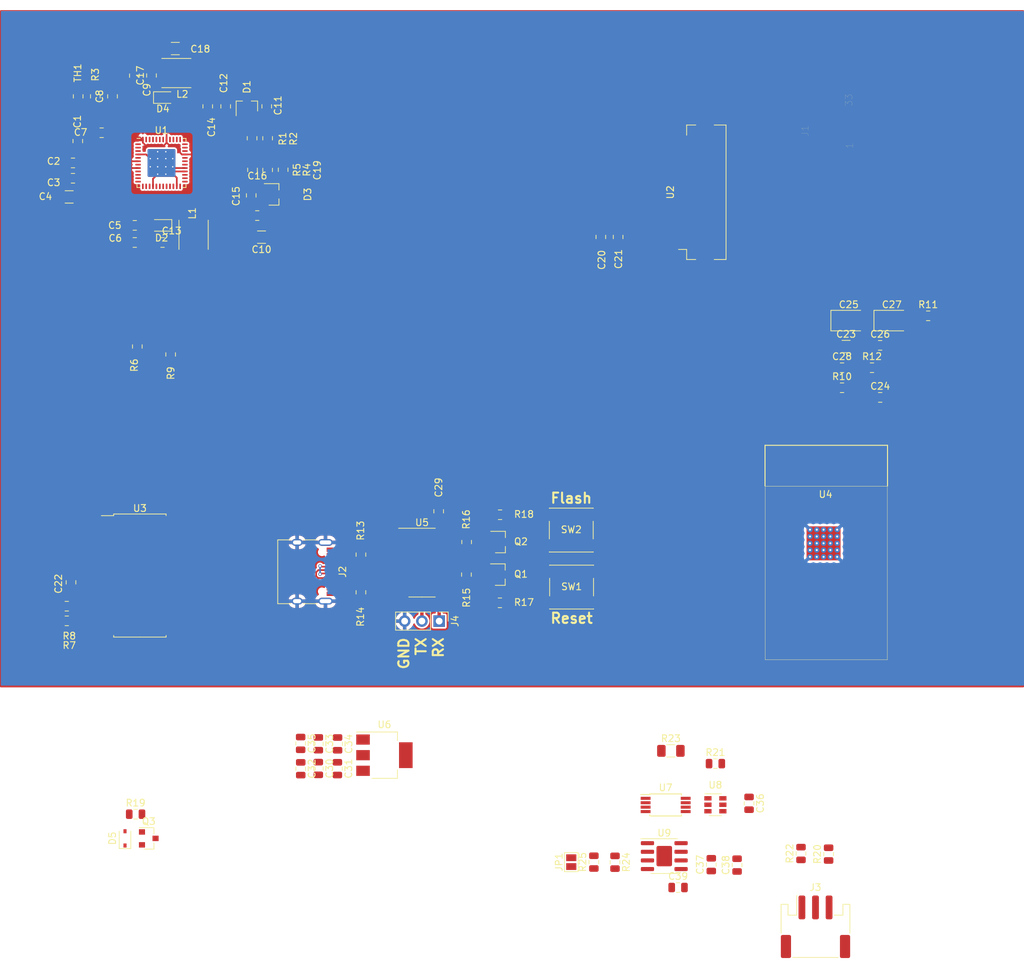
<source format=kicad_pcb>
(kicad_pcb (version 20171130) (host pcbnew 5.1.5-52549c5~86~ubuntu18.04.1)
  (layers (0 F.Cu signal) (31 B.Cu signal) (34 B.Paste user) (35 F.Paste user) (36 B.SilkS user) (37 F.SilkS user) (38 B.Mask user) (39 F.Mask user) (44 Edge.Cuts user))
  (net 0 "")
  (net 1 "Net-(U1-Pad39)")
  (net 2 "Net-(U1-Pad38)")
  (net 3 "Net-(U1-Pad26)")
  (net 4 "Net-(U1-Pad21)")
  (net 5 "Net-(U1-Pad20)")
  (net 6 "Net-(U1-Pad19)")
  (net 7 "Net-(U1-Pad15)")
  (net 8 "Net-(U1-Pad13)")
  (net 9 "Net-(U1-Pad11)")
  (net 10 "Net-(U1-Pad9)")
  (net 11 /VN)
  (net 12 GND)
  (net 13 /VNEG)
  (net 14 /INT_LDO)
  (net 15 /VCOM)
  (net 16 "Net-(C7-Pad2)")
  (net 17 /VPOS)
  (net 18 /VB)
  (net 19 /VDDH)
  (net 20 /VDDH_DRV)
  (net 21 "Net-(C12-Pad1)")
  (net 22 /VDDH_D)
  (net 23 /VEE_D)
  (net 24 "Net-(C16-Pad2)")
  (net 25 /VEE_DRV)
  (net 26 /VEE)
  (net 27 /VN_SW)
  (net 28 /VB_SW)
  (net 29 /VDDH_FB)
  (net 30 /TS)
  (net 31 /VEE_FB)
  (net 32 /3V3-EINK)
  (net 33 +3V3)
  (net 34 /PWR_GOOD)
  (net 35 /PWRUP)
  (net 36 /VCOM_CTRL)
  (net 37 /WAKEUP)
  (net 38 /INT)
  (net 39 /EPD_CKV)
  (net 40 /EPD_SPV)
  (net 41 /EPD_GMODE)
  (net 42 "Net-(U2-Pad27)")
  (net 43 "Net-(U2-Pad25)")
  (net 44 "Net-(U2-Pad23)")
  (net 45 "Net-(U2-Pad21)")
  (net 46 /EPD_D7)
  (net 47 /EPD_D6)
  (net 48 /EPD_D5)
  (net 49 /EPD_D4)
  (net 50 /EPD_D3)
  (net 51 /EPD_D2)
  (net 52 /EPD_D1)
  (net 53 /EPD_D0)
  (net 54 /EPD_SPH)
  (net 55 /EPD_OE)
  (net 56 /EPD_LE)
  (net 57 "Net-(U2-Pad6)")
  (net 58 "Net-(U2-Pad4)")
  (net 59 "Net-(U2-Pad2)")
  (net 60 "Net-(U3-Pad20)")
  (net 61 "Net-(U3-Pad19)")
  (net 62 "Net-(U3-Pad18)")
  (net 63 "Net-(U3-Pad14)")
  (net 64 "Net-(U3-Pad11)")
  (net 65 "Net-(U3-Pad8)")
  (net 66 "Net-(U3-Pad7)")
  (net 67 "Net-(U3-Pad6)")
  (net 68 "Net-(U3-Pad5)")
  (net 69 "Net-(U3-Pad4)")
  (net 70 "Net-(U3-Pad3)")
  (net 71 "Net-(U3-Pad2)")
  (net 72 "Net-(U3-Pad1)")
  (net 73 /SPI_SDO)
  (net 74 /SPI_NCS)
  (net 75 /SPI_SDI)
  (net 76 /SPI_SCL)
  (net 77 "Net-(U4-Pad4)")
  (net 78 "Net-(U4-Pad5)")
  (net 79 "Net-(U4-Pad6)")
  (net 80 "Net-(U4-Pad7)")
  (net 81 "Net-(U4-Pad13)")
  (net 82 "Net-(U4-Pad14)")
  (net 83 "Net-(U4-Pad15)")
  (net 84 "Net-(U4-Pad16)")
  (net 85 "Net-(U4-Pad17)")
  (net 86 "Net-(U4-Pad18)")
  (net 87 "Net-(U4-Pad19)")
  (net 88 "Net-(U4-Pad20)")
  (net 89 "Net-(U4-Pad21)")
  (net 90 "Net-(U4-Pad22)")
  (net 91 "Net-(U4-Pad23)")
  (net 92 "Net-(U4-Pad27)")
  (net 93 "Net-(U4-Pad28)")
  (net 94 "Net-(U4-Pad32)")
  (net 95 +5V)
  (net 96 EPD_CL)
  (net 97 "Net-(J2-PadB8)")
  (net 98 "Net-(J2-PadA5)")
  (net 99 /USB_DN)
  (net 100 /USB_DP)
  (net 101 "Net-(J2-PadA8)")
  (net 102 "Net-(J2-PadB5)")
  (net 103 RST)
  (net 104 SER_RTS)
  (net 105 "Net-(Q1-Pad1)")
  (net 106 SER_DTR)
  (net 107 "Net-(Q2-Pad1)")
  (net 108 ESP_RXD)
  (net 109 ESP_TXD)
  (net 110 "Net-(U5-Pad15)")
  (net 111 "Net-(U5-Pad12)")
  (net 112 "Net-(U5-Pad11)")
  (net 113 "Net-(U5-Pad10)")
  (net 114 "Net-(U5-Pad9)")
  (net 115 "Net-(U5-Pad8)")
  (net 116 "Net-(U5-Pad7)")
  (net 117 "Net-(U5-Pad4)")
  (net 118 VBAT)
  (net 119 VIN)
  (net 120 "Net-(C36-Pad2)")
  (net 121 /BAT_GND)
  (net 122 "Net-(C37-Pad2)")
  (net 123 /BAT_POS)
  (net 124 BAT_TMP)
  (net 125 "Net-(JP1-Pad1)")
  (net 126 "Net-(R21-Pad2)")
  (net 127 "Net-(R24-Pad1)")
  (net 128 "Net-(U7-Pad8)")
  (net 129 "Net-(U7-Pad5)")
  (net 130 "Net-(U7-Pad4)")
  (net 131 "Net-(U7-Pad1)")
  (net 132 "Net-(U8-Pad4)")
  (net 133 "Net-(U9-Pad7)")
  (net 134 "Net-(U9-Pad6)")
  (net 135 I2C_SCL)
  (net 136 I2C_SDA)
  (module Button_Switch_SMD:SW_Push_1P1T_NO_6x6mm_H9.5mm (layer F.Cu) (at 125.5015 111.9738)
    (fp_text reference SW2 (at 0 -0.0675) (layer F.SilkS))
    (fp_text value SW_Push)
    (pad 2 smd rect (at 3.975 2.25) (size 1.55 1.3) (layers F.Cu F.Paste F.Mask) (net 12 GND))
    (pad 1 smd rect (at 3.975 -2.25) (size 1.55 1.3) (layers F.Cu F.Paste F.Mask) (net 96 EPD_CL))
    (pad 1 smd rect (at -3.975 -2.25) (size 1.55 1.3) (layers F.Cu F.Paste F.Mask) (net 96 EPD_CL))
    (pad 2 smd rect (at -3.975 2.25) (size 1.55 1.3) (layers F.Cu F.Paste F.Mask) (net 12 GND))
  )
  (module Button_Switch_SMD:SW_Push_1P1T_NO_6x6mm_H9.5mm (layer F.Cu) (at 125.5523 120.367)
    (fp_text reference SW1 (at 0 -0.0675) (layer F.SilkS))
    (fp_text value SW_Push)
    (pad 2 smd rect (at 3.975 2.25) (size 1.55 1.3) (layers F.Cu F.Paste F.Mask) (net 12 GND))
    (pad 1 smd rect (at 3.975 -2.25) (size 1.55 1.3) (layers F.Cu F.Paste F.Mask) (net 103 RST))
    (pad 1 smd rect (at -3.975 -2.25) (size 1.55 1.3) (layers F.Cu F.Paste F.Mask) (net 103 RST))
    (pad 2 smd rect (at -3.975 2.25) (size 1.55 1.3) (layers F.Cu F.Paste F.Mask) (net 12 GND))
  )
  (module Connector_PinHeader_2.54mm:PinHeader_1x03_P2.54mm_Vertical (layer F.Cu) (at 106.0539 125.3744 270)
    (fp_text reference J4 (at 0 -2.33 90) (layer F.SilkS))
    (fp_text value Conn_01x03_Male)
    (pad 3 thru_hole oval (at 0 5.08 270) (size 1.7 1.7) (drill 1) (layers *.Cu *.Mask) (net 12 GND))
    (pad 2 thru_hole oval (at 0 2.54 270) (size 1.7 1.7) (drill 1) (layers *.Cu *.Mask) (net 109 ESP_TXD))
    (pad 1 thru_hole rect (at 0 0 270) (size 1.7 1.7) (drill 1) (layers *.Cu *.Mask) (net 108 ESP_RXD))
  )
  (module Resistor_SMD:R_0805_2012Metric (layer F.Cu) (at 110.0709 118.5238 90)
    (fp_text reference R15 (at -3.4089 0.0127 90) (layer F.SilkS))
    (fp_text value 10K)
    (pad 2 smd roundrect (at 0.9375 0 90) (size 0.975 1.4) (layers F.Cu F.Paste F.Mask) (net 106 SER_DTR))
    (pad 1 smd roundrect (at -0.9375 0 90) (size 0.975 1.4) (layers F.Cu F.Paste F.Mask) (net 105 "Net-(Q1-Pad1)"))
  )
  (module Resistor_SMD:R_0805_2012Metric (layer F.Cu) (at 94.5388 121.137 90)
    (fp_text reference R14 (at -3.6024 -0.0675 90) (layer F.SilkS))
    (fp_text value 5.1K)
    (pad 2 smd roundrect (at 0.9375 0 90) (size 0.975 1.4) (layers F.Cu F.Paste F.Mask) (net 102 "Net-(J2-PadB5)"))
    (pad 1 smd roundrect (at -0.9375 0 90) (size 0.975 1.4) (layers F.Cu F.Paste F.Mask) (net 12 GND))
  )
  (module Package_SO:SOIC-8-1EP_3.9x4.9mm_P1.27mm_EP2.29x3mm (layer F.Cu) (at 139.192 159.9692)
    (fp_text reference U9 (at 0 -3.4) (layer F.SilkS))
    (fp_text value TP4056)
    (pad 8 smd roundrect (at 2.475 -1.905) (size 1.95 0.6) (layers F.Cu F.Paste F.Mask) (net 122 "Net-(C37-Pad2)"))
    (pad 7 smd roundrect (at 2.475 -0.635) (size 1.95 0.6) (layers F.Cu F.Paste F.Mask) (net 133 "Net-(U9-Pad7)"))
    (pad 6 smd roundrect (at 2.475 0.635) (size 1.95 0.6) (layers F.Cu F.Paste F.Mask) (net 134 "Net-(U9-Pad6)"))
    (pad 5 smd roundrect (at 2.475 1.905) (size 1.95 0.6) (layers F.Cu F.Paste F.Mask) (net 118 VBAT))
    (pad 4 smd roundrect (at -2.475 1.905) (size 1.95 0.6) (layers F.Cu F.Paste F.Mask) (net 122 "Net-(C37-Pad2)"))
    (pad 3 smd roundrect (at -2.475 0.635) (size 1.95 0.6) (layers F.Cu F.Paste F.Mask) (net 12 GND))
    (pad 2 smd roundrect (at -2.475 -0.635) (size 1.95 0.6) (layers F.Cu F.Paste F.Mask) (net 127 "Net-(R24-Pad1)"))
    (pad 1 smd roundrect (at -2.475 -1.905) (size 1.95 0.6) (layers F.Cu F.Paste F.Mask) (net 124 BAT_TMP))
    (pad 9 smd roundrect (at 0 0) (size 2.29 3) (layers F.Cu F.Mask) (roundrect_rratio 0.10917) (net 12 GND))
  )
  (module Package_TO_SOT_SMD:SOT-23-6 (layer F.Cu) (at 146.7182 152.4102)
    (fp_text reference U8 (at 0 -2.9) (layer F.SilkS))
    (fp_text value DW-01)
    (pad 5 smd rect (at 1.1 0) (size 1.06 0.65) (layers F.Cu F.Paste F.Mask) (net 120 "Net-(C36-Pad2)"))
    (pad 6 smd rect (at 1.1 -0.95) (size 1.06 0.65) (layers F.Cu F.Paste F.Mask) (net 121 /BAT_GND))
    (pad 4 smd rect (at 1.1 0.95) (size 1.06 0.65) (layers F.Cu F.Paste F.Mask) (net 132 "Net-(U8-Pad4)"))
    (pad 3 smd rect (at -1.1 0.95) (size 1.06 0.65) (layers F.Cu F.Paste F.Mask) (net 129 "Net-(U7-Pad5)"))
    (pad 2 smd rect (at -1.1 0) (size 1.06 0.65) (layers F.Cu F.Paste F.Mask) (net 126 "Net-(R21-Pad2)"))
    (pad 1 smd rect (at -1.1 -0.95) (size 1.06 0.65) (layers F.Cu F.Paste F.Mask) (net 130 "Net-(U7-Pad4)"))
  )
  (module Package_SO:TSSOP-8_4.4x3mm_P0.65mm (layer F.Cu) (at 139.3952 152.4381)
    (fp_text reference U7 (at 0 -2.55) (layer F.SilkS))
    (fp_text value FS8205)
    (pad 8 smd rect (at 2.95 -0.975) (size 1.45 0.45) (layers F.Cu F.Paste F.Mask) (net 128 "Net-(U7-Pad8)"))
    (pad 7 smd rect (at 2.95 -0.325) (size 1.45 0.45) (layers F.Cu F.Paste F.Mask) (net 12 GND))
    (pad 6 smd rect (at 2.95 0.325) (size 1.45 0.45) (layers F.Cu F.Paste F.Mask) (net 12 GND))
    (pad 5 smd rect (at 2.95 0.975) (size 1.45 0.45) (layers F.Cu F.Paste F.Mask) (net 129 "Net-(U7-Pad5)"))
    (pad 4 smd rect (at -2.95 0.975) (size 1.45 0.45) (layers F.Cu F.Paste F.Mask) (net 130 "Net-(U7-Pad4)"))
    (pad 3 smd rect (at -2.95 0.325) (size 1.45 0.45) (layers F.Cu F.Paste F.Mask) (net 121 /BAT_GND))
    (pad 2 smd rect (at -2.95 -0.325) (size 1.45 0.45) (layers F.Cu F.Paste F.Mask) (net 121 /BAT_GND))
    (pad 1 smd rect (at -2.95 -0.975) (size 1.45 0.45) (layers F.Cu F.Paste F.Mask) (net 131 "Net-(U7-Pad1)"))
  )
  (module Resistor_SMD:R_0805_2012Metric (layer F.Cu) (at 128.8288 160.8559 90)
    (fp_text reference R25 (at 0 -1.65 90) (layer F.SilkS))
    (fp_text value 1.2K)
    (pad 2 smd roundrect (at 0.9375 0 90) (size 0.975 1.4) (layers F.Cu F.Paste F.Mask) (net 12 GND))
    (pad 1 smd roundrect (at -0.9375 0 90) (size 0.975 1.4) (layers F.Cu F.Paste F.Mask) (net 125 "Net-(JP1-Pad1)"))
  )
  (module Resistor_SMD:R_0805_2012Metric (layer F.Cu) (at 131.9403 160.8732 270)
    (fp_text reference R24 (at 0 -1.65 90) (layer F.SilkS))
    (fp_text value 1.2K)
    (pad 2 smd roundrect (at 0.9375 0 270) (size 0.975 1.4) (layers F.Cu F.Paste F.Mask) (net 125 "Net-(JP1-Pad1)"))
    (pad 1 smd roundrect (at -0.9375 0 270) (size 0.975 1.4) (layers F.Cu F.Paste F.Mask) (net 127 "Net-(R24-Pad1)"))
  )
  (module Resistor_SMD:R_1206_3216Metric (layer F.Cu) (at 140.1669 144.4752)
    (fp_text reference R23 (at 0 -1.82) (layer F.SilkS))
    (fp_text value "0R27 1/4W")
    (pad 2 smd roundrect (at 1.4 0) (size 1.25 1.75) (layers F.Cu F.Paste F.Mask) (roundrect_rratio 0.2) (net 122 "Net-(C37-Pad2)"))
    (pad 1 smd roundrect (at -1.4 0) (size 1.25 1.75) (layers F.Cu F.Paste F.Mask) (roundrect_rratio 0.2) (net 95 +5V))
  )
  (module Resistor_SMD:R_0805_2012Metric (layer F.Cu) (at 159.3215 159.5859 90)
    (fp_text reference R22 (at 0 -1.65 90) (layer F.SilkS))
    (fp_text value 10K)
    (pad 2 smd roundrect (at 0.9375 0 90) (size 0.975 1.4) (layers F.Cu F.Paste F.Mask) (net 122 "Net-(C37-Pad2)"))
    (pad 1 smd roundrect (at -0.9375 0 90) (size 0.975 1.4) (layers F.Cu F.Paste F.Mask) (net 124 BAT_TMP))
  )
  (module Resistor_SMD:R_0805_2012Metric (layer F.Cu) (at 146.7231 146.3548)
    (fp_text reference R21 (at 0 -1.65) (layer F.SilkS))
    (fp_text value 2K)
    (pad 2 smd roundrect (at 0.9375 0) (size 0.975 1.4) (layers F.Cu F.Paste F.Mask) (net 126 "Net-(R21-Pad2)"))
    (pad 1 smd roundrect (at -0.9375 0) (size 0.975 1.4) (layers F.Cu F.Paste F.Mask) (net 12 GND))
  )
  (module Resistor_SMD:R_0805_2012Metric (layer F.Cu) (at 163.3855 159.6748 90)
    (fp_text reference R20 (at 0 -1.65 90) (layer F.SilkS))
    (fp_text value 470)
    (pad 2 smd roundrect (at 0.9375 0 90) (size 0.975 1.4) (layers F.Cu F.Paste F.Mask) (net 120 "Net-(C36-Pad2)"))
    (pad 1 smd roundrect (at -0.9375 0 90) (size 0.975 1.4) (layers F.Cu F.Paste F.Mask) (net 123 /BAT_POS))
  )
  (module Jumper:SolderJumper-2_P1.3mm_Open_Pad1.0x1.5mm (layer F.Cu) (at 125.5014 160.8582 90)
    (fp_text reference JP1 (at 0 -1.8 90) (layer F.SilkS))
    (fp_text value SolderJumper_2_Open)
    (pad 1 smd rect (at -0.65 0 90) (size 1 1.5) (layers F.Cu F.Mask) (net 125 "Net-(JP1-Pad1)"))
    (pad 2 smd rect (at 0.65 0 90) (size 1 1.5) (layers F.Cu F.Mask) (net 12 GND))
  )
  (module Connector_JST:JST_PH_S3B-PH-SM4-TB_1x03-1MP_P2.00mm_Horizontal (layer F.Cu) (at 161.4551 170.3757)
    (fp_text reference J3 (at 0 -5.8) (layer F.SilkS))
    (fp_text value Conn_01x03_Male)
    (pad MP smd roundrect (at 4.35 2.9) (size 1.5 3.4) (layers F.Cu F.Paste F.Mask) (roundrect_rratio 0.166667))
    (pad MP smd roundrect (at -4.35 2.9) (size 1.5 3.4) (layers F.Cu F.Paste F.Mask) (roundrect_rratio 0.166667))
    (pad 3 smd roundrect (at 2 -2.85) (size 1 3.5) (layers F.Cu F.Paste F.Mask) (net 123 /BAT_POS))
    (pad 2 smd roundrect (at 0 -2.85) (size 1 3.5) (layers F.Cu F.Paste F.Mask) (net 121 /BAT_GND))
    (pad 1 smd roundrect (at -2 -2.85) (size 1 3.5) (layers F.Cu F.Paste F.Mask) (net 124 BAT_TMP))
  )
  (module Capacitor_SMD:C_0805_2012Metric (layer F.Cu) (at 141.2263 164.592)
    (fp_text reference C39 (at 0 -1.65) (layer F.SilkS))
    (fp_text value 4u7)
    (pad 2 smd roundrect (at 0.9375 0) (size 0.975 1.4) (layers F.Cu F.Paste F.Mask) (net 118 VBAT))
    (pad 1 smd roundrect (at -0.9375 0) (size 0.975 1.4) (layers F.Cu F.Paste F.Mask) (net 12 GND))
  )
  (module Capacitor_SMD:C_0805_2012Metric (layer F.Cu) (at 149.9108 161.2923 90)
    (fp_text reference C38 (at 0 -1.65 90) (layer F.SilkS))
    (fp_text value 4u7)
    (pad 2 smd roundrect (at 0.9375 0 90) (size 0.975 1.4) (layers F.Cu F.Paste F.Mask) (net 122 "Net-(C37-Pad2)"))
    (pad 1 smd roundrect (at -0.9375 0 90) (size 0.975 1.4) (layers F.Cu F.Paste F.Mask) (net 12 GND))
  )
  (module Capacitor_SMD:C_0805_2012Metric (layer F.Cu) (at 146.1158 161.2265 90)
    (fp_text reference C37 (at 0 -1.65 90) (layer F.SilkS))
    (fp_text value 100nF)
    (pad 2 smd roundrect (at 0.9375 0 90) (size 0.975 1.4) (layers F.Cu F.Paste F.Mask) (net 122 "Net-(C37-Pad2)"))
    (pad 1 smd roundrect (at -0.9375 0 90) (size 0.975 1.4) (layers F.Cu F.Paste F.Mask) (net 12 GND))
  )
  (module Capacitor_SMD:C_0805_2012Metric (layer F.Cu) (at 151.6761 152.1991 270)
    (fp_text reference C36 (at 0 -1.65 90) (layer F.SilkS))
    (fp_text value 100nF)
    (pad 2 smd roundrect (at 0.9375 0 270) (size 0.975 1.4) (layers F.Cu F.Paste F.Mask) (net 120 "Net-(C36-Pad2)"))
    (pad 1 smd roundrect (at -0.9375 0 270) (size 0.975 1.4) (layers F.Cu F.Paste F.Mask) (net 121 /BAT_GND))
  )
  (module Package_TO_SOT_SMD:SOT-223-3_TabPin2 (layer F.Cu) (at 97.9954 145.1109)
    (fp_text reference U6 (at 0 -4.5) (layer F.SilkS))
    (fp_text value AP2114H-3.3TRG1)
    (pad 1 smd rect (at -3.15 -2.3) (size 2 1.5) (layers F.Cu F.Paste F.Mask) (net 12 GND))
    (pad 3 smd rect (at -3.15 2.3) (size 2 1.5) (layers F.Cu F.Paste F.Mask) (net 119 VIN))
    (pad 2 smd rect (at -3.15 0) (size 2 1.5) (layers F.Cu F.Paste F.Mask) (net 33 +3V3))
    (pad 2 smd rect (at 3.15 0) (size 2 3.8) (layers F.Cu F.Paste F.Mask) (net 33 +3V3))
  )
  (module Capacitor_SMD:C_0805_2012Metric (layer F.Cu) (at 85.6615 143.3807 270)
    (fp_text reference C35 (at 0 -1.65 90) (layer F.SilkS))
    (fp_text value 4u7)
    (pad 2 smd roundrect (at 0.9375 0 270) (size 0.975 1.4) (layers F.Cu F.Paste F.Mask) (net 33 +3V3))
    (pad 1 smd roundrect (at -0.9375 0 270) (size 0.975 1.4) (layers F.Cu F.Paste F.Mask) (net 12 GND))
  )
  (module Capacitor_SMD:C_0805_2012Metric (layer F.Cu) (at 91.0971 143.4488 270)
    (fp_text reference C34 (at 0 -1.65 90) (layer F.SilkS))
    (fp_text value 100nF)
    (pad 2 smd roundrect (at 0.9375 0 270) (size 0.975 1.4) (layers F.Cu F.Paste F.Mask) (net 33 +3V3))
    (pad 1 smd roundrect (at -0.9375 0 270) (size 0.975 1.4) (layers F.Cu F.Paste F.Mask) (net 12 GND))
  )
  (module Capacitor_SMD:C_0805_2012Metric (layer F.Cu) (at 88.265 143.4361 270)
    (fp_text reference C33 (at 0 -1.65 90) (layer F.SilkS))
    (fp_text value 4u7)
    (pad 2 smd roundrect (at 0.9375 0 270) (size 0.975 1.4) (layers F.Cu F.Paste F.Mask) (net 33 +3V3))
    (pad 1 smd roundrect (at -0.9375 0 270) (size 0.975 1.4) (layers F.Cu F.Paste F.Mask) (net 12 GND))
  )
  (module Capacitor_SMD:C_0805_2012Metric (layer F.Cu) (at 85.6742 147.1064 270)
    (fp_text reference C32 (at 0 -1.65 90) (layer F.SilkS))
    (fp_text value 4u7)
    (pad 2 smd roundrect (at 0.9375 0 270) (size 0.975 1.4) (layers F.Cu F.Paste F.Mask) (net 119 VIN))
    (pad 1 smd roundrect (at -0.9375 0 270) (size 0.975 1.4) (layers F.Cu F.Paste F.Mask) (net 12 GND))
  )
  (module Capacitor_SMD:C_0805_2012Metric (layer F.Cu) (at 91.0717 147.0937 270)
    (fp_text reference C31 (at 0 -1.65 90) (layer F.SilkS))
    (fp_text value 100nF)
    (pad 2 smd roundrect (at 0.9375 0 270) (size 0.975 1.4) (layers F.Cu F.Paste F.Mask) (net 119 VIN))
    (pad 1 smd roundrect (at -0.9375 0 270) (size 0.975 1.4) (layers F.Cu F.Paste F.Mask) (net 12 GND))
  )
  (module Capacitor_SMD:C_0805_2012Metric (layer F.Cu) (at 88.265 147.0683 270)
    (fp_text reference C30 (at 0 -1.65 90) (layer F.SilkS))
    (fp_text value 4u7)
    (pad 2 smd roundrect (at 0.9375 0 270) (size 0.975 1.4) (layers F.Cu F.Paste F.Mask) (net 119 VIN))
    (pad 1 smd roundrect (at -0.9375 0 270) (size 0.975 1.4) (layers F.Cu F.Paste F.Mask) (net 12 GND))
  )
  (module Resistor_SMD:R_0805_2012Metric (layer F.Cu) (at 61.3641 153.797)
    (fp_text reference R19 (at 0 -1.65) (layer F.SilkS))
    (fp_text value 10K)
    (pad 2 smd roundrect (at 0.9375 0) (size 0.975 1.4) (layers F.Cu F.Paste F.Mask) (net 95 +5V))
    (pad 1 smd roundrect (at -0.9375 0) (size 0.975 1.4) (layers F.Cu F.Paste F.Mask) (net 12 GND))
  )
  (module Package_TO_SOT_SMD:SOT-23 (layer F.Cu) (at 63.3029 157.362)
    (fp_text reference Q3 (at 0 -2.5) (layer F.SilkS))
    (fp_text value Q_PMOS_GSD)
    (pad 3 smd rect (at 1 0) (size 0.9 0.8) (layers F.Cu F.Paste F.Mask) (net 118 VBAT))
    (pad 2 smd rect (at -1 0.95) (size 0.9 0.8) (layers F.Cu F.Paste F.Mask) (net 119 VIN))
    (pad 1 smd rect (at -1 -0.95) (size 0.9 0.8) (layers F.Cu F.Paste F.Mask) (net 95 +5V))
  )
  (module Diode_SMD:D_SOD-323 (layer F.Cu) (at 59.8043 157.3571 90)
    (fp_text reference D5 (at 0 -1.85 90) (layer F.SilkS))
    (fp_text value BAT20JFILM)
    (pad 2 smd rect (at 1.05 0 90) (size 0.6 0.45) (layers F.Cu F.Paste F.Mask) (net 95 +5V))
    (pad 1 smd rect (at -1.05 0 90) (size 0.6 0.45) (layers F.Cu F.Paste F.Mask) (net 119 VIN))
  )
  (module Package_SO:SOIC-16_3.9x9.9mm_P1.27mm (layer F.Cu) (at 103.5289 116.7638)
    (fp_text reference U5 (at 0 -5.9) (layer F.SilkS))
    (fp_text value CH340C)
    (pad 16 smd roundrect (at 2.475 -4.445) (size 1.95 0.6) (layers F.Cu F.Paste F.Mask) (net 95 +5V))
    (pad 15 smd roundrect (at 2.475 -3.175) (size 1.95 0.6) (layers F.Cu F.Paste F.Mask) (net 110 "Net-(U5-Pad15)"))
    (pad 14 smd roundrect (at 2.475 -1.905) (size 1.95 0.6) (layers F.Cu F.Paste F.Mask) (net 104 SER_RTS))
    (pad 13 smd roundrect (at 2.475 -0.635) (size 1.95 0.6) (layers F.Cu F.Paste F.Mask) (net 106 SER_DTR))
    (pad 12 smd roundrect (at 2.475 0.635) (size 1.95 0.6) (layers F.Cu F.Paste F.Mask) (net 111 "Net-(U5-Pad12)"))
    (pad 11 smd roundrect (at 2.475 1.905) (size 1.95 0.6) (layers F.Cu F.Paste F.Mask) (net 112 "Net-(U5-Pad11)"))
    (pad 10 smd roundrect (at 2.475 3.175) (size 1.95 0.6) (layers F.Cu F.Paste F.Mask) (net 113 "Net-(U5-Pad10)"))
    (pad 9 smd roundrect (at 2.475 4.445) (size 1.95 0.6) (layers F.Cu F.Paste F.Mask) (net 114 "Net-(U5-Pad9)"))
    (pad 8 smd roundrect (at -2.475 4.445) (size 1.95 0.6) (layers F.Cu F.Paste F.Mask) (net 115 "Net-(U5-Pad8)"))
    (pad 7 smd roundrect (at -2.475 3.175) (size 1.95 0.6) (layers F.Cu F.Paste F.Mask) (net 116 "Net-(U5-Pad7)"))
    (pad 6 smd roundrect (at -2.475 1.905) (size 1.95 0.6) (layers F.Cu F.Paste F.Mask) (net 99 /USB_DN))
    (pad 5 smd roundrect (at -2.475 0.635) (size 1.95 0.6) (layers F.Cu F.Paste F.Mask) (net 100 /USB_DP))
    (pad 4 smd roundrect (at -2.475 -0.635) (size 1.95 0.6) (layers F.Cu F.Paste F.Mask) (net 117 "Net-(U5-Pad4)"))
    (pad 3 smd roundrect (at -2.475 -1.905) (size 1.95 0.6) (layers F.Cu F.Paste F.Mask) (net 109 ESP_TXD))
    (pad 2 smd roundrect (at -2.475 -3.175) (size 1.95 0.6) (layers F.Cu F.Paste F.Mask) (net 108 ESP_RXD))
    (pad 1 smd roundrect (at -2.475 -4.445) (size 1.95 0.6) (layers F.Cu F.Paste F.Mask) (net 12 GND))
  )
  (module Resistor_SMD:R_0805_2012Metric (layer F.Cu) (at 115.0199 109.7153 180)
    (fp_text reference R18 (at -3.5219 0.0675) (layer F.SilkS))
    (fp_text value 10K)
    (pad 2 smd roundrect (at 0.9375 0 180) (size 0.975 1.4) (layers F.Cu F.Paste F.Mask) (net 33 +3V3))
    (pad 1 smd roundrect (at -0.9375 0 180) (size 0.975 1.4) (layers F.Cu F.Paste F.Mask) (net 96 EPD_CL))
  )
  (module Resistor_SMD:R_0805_2012Metric (layer F.Cu) (at 114.9945 122.682 180)
    (fp_text reference R17 (at -3.5473 0.0675) (layer F.SilkS))
    (fp_text value 10K)
    (pad 2 smd roundrect (at 0.9375 0 180) (size 0.975 1.4) (layers F.Cu F.Paste F.Mask) (net 33 +3V3))
    (pad 1 smd roundrect (at -0.9375 0 180) (size 0.975 1.4) (layers F.Cu F.Paste F.Mask) (net 103 RST))
  )
  (module Resistor_SMD:R_0805_2012Metric (layer F.Cu) (at 110.0963 113.7338 270)
    (fp_text reference R16 (at -3.3327 0.0508 90) (layer F.SilkS))
    (fp_text value 10K)
    (pad 2 smd roundrect (at 0.9375 0 270) (size 0.975 1.4) (layers F.Cu F.Paste F.Mask) (net 104 SER_RTS))
    (pad 1 smd roundrect (at -0.9375 0 270) (size 0.975 1.4) (layers F.Cu F.Paste F.Mask) (net 107 "Net-(Q2-Pad1)"))
  )
  (module Resistor_SMD:R_0805_2012Metric (layer F.Cu) (at 94.5388 115.587 270)
    (fp_text reference R13 (at -3.5349 0.0508 90) (layer F.SilkS))
    (fp_text value 5.1K)
    (pad 2 smd roundrect (at 0.9375 0 270) (size 0.975 1.4) (layers F.Cu F.Paste F.Mask) (net 98 "Net-(J2-PadA5)"))
    (pad 1 smd roundrect (at -0.9375 0 270) (size 0.975 1.4) (layers F.Cu F.Paste F.Mask) (net 12 GND))
  )
  (module Package_TO_SOT_SMD:SOT-23 (layer F.Cu) (at 115.0399 113.7338)
    (fp_text reference Q2 (at 3.049519 -0.0675) (layer F.SilkS))
    (fp_text value Q_NMOS_GSD)
    (pad 3 smd rect (at 1 0) (size 0.9 0.8) (layers F.Cu F.Paste F.Mask) (net 96 EPD_CL))
    (pad 2 smd rect (at -1 0.95) (size 0.9 0.8) (layers F.Cu F.Paste F.Mask) (net 106 SER_DTR))
    (pad 1 smd rect (at -1 -0.95) (size 0.9 0.8) (layers F.Cu F.Paste F.Mask) (net 107 "Net-(Q2-Pad1)"))
  )
  (module Package_TO_SOT_SMD:SOT-23 (layer F.Cu) (at 115.0145 118.5238)
    (fp_text reference Q1 (at 3.074919 -0.0675) (layer F.SilkS))
    (fp_text value Q_NMOS_GSD)
    (pad 3 smd rect (at 1 0) (size 0.9 0.8) (layers F.Cu F.Paste F.Mask) (net 103 RST))
    (pad 2 smd rect (at -1 0.95) (size 0.9 0.8) (layers F.Cu F.Paste F.Mask) (net 104 SER_RTS))
    (pad 1 smd rect (at -1 -0.95) (size 0.9 0.8) (layers F.Cu F.Paste F.Mask) (net 105 "Net-(Q1-Pad1)"))
  )
  (module Connector_USB:USB_C_Receptacle_HRO_TYPE-C-31-M-12 (layer F.Cu) (at 86.1891 118.112 270)
    (fp_text reference J2 (at 0 -5.645 90) (layer F.SilkS))
    (fp_text value USB_C_Receptacle_USB2.0)
    (pad B1 smd rect (at 3.25 -4.045 270) (size 0.6 1.45) (layers F.Cu F.Paste F.Mask) (net 12 GND))
    (pad A9 smd rect (at 2.45 -4.045 270) (size 0.6 1.45) (layers F.Cu F.Paste F.Mask) (net 95 +5V))
    (pad B9 smd rect (at -2.45 -4.045 270) (size 0.6 1.45) (layers F.Cu F.Paste F.Mask) (net 95 +5V))
    (pad B12 smd rect (at -3.25 -4.045 270) (size 0.6 1.45) (layers F.Cu F.Paste F.Mask) (net 12 GND))
    (pad A1 smd rect (at -3.25 -4.045 270) (size 0.6 1.45) (layers F.Cu F.Paste F.Mask) (net 12 GND))
    (pad A4 smd rect (at -2.45 -4.045 270) (size 0.6 1.45) (layers F.Cu F.Paste F.Mask) (net 95 +5V))
    (pad B4 smd rect (at 2.45 -4.045 270) (size 0.6 1.45) (layers F.Cu F.Paste F.Mask) (net 95 +5V))
    (pad A12 smd rect (at 3.25 -4.045 270) (size 0.6 1.45) (layers F.Cu F.Paste F.Mask) (net 12 GND))
    (pad B8 smd rect (at -1.75 -4.045 270) (size 0.3 1.45) (layers F.Cu F.Paste F.Mask) (net 97 "Net-(J2-PadB8)"))
    (pad A5 smd rect (at -1.25 -4.045 270) (size 0.3 1.45) (layers F.Cu F.Paste F.Mask) (net 98 "Net-(J2-PadA5)"))
    (pad B7 smd rect (at -0.75 -4.045 270) (size 0.3 1.45) (layers F.Cu F.Paste F.Mask) (net 99 /USB_DN))
    (pad A7 smd rect (at 0.25 -4.045 270) (size 0.3 1.45) (layers F.Cu F.Paste F.Mask) (net 99 /USB_DN))
    (pad B6 smd rect (at 0.75 -4.045 270) (size 0.3 1.45) (layers F.Cu F.Paste F.Mask) (net 100 /USB_DP))
    (pad A8 smd rect (at 1.25 -4.045 270) (size 0.3 1.45) (layers F.Cu F.Paste F.Mask) (net 101 "Net-(J2-PadA8)"))
    (pad B5 smd rect (at 1.75 -4.045 270) (size 0.3 1.45) (layers F.Cu F.Paste F.Mask) (net 102 "Net-(J2-PadB5)"))
    (pad A6 smd rect (at -0.25 -4.045 270) (size 0.3 1.45) (layers F.Cu F.Paste F.Mask) (net 100 /USB_DP))
    (pad S1 thru_hole oval (at 4.32 -3.13 270) (size 1 2.1) (drill oval 0.6 1.7) (layers *.Cu *.Mask) (net 12 GND))
    (pad S1 thru_hole oval (at -4.32 -3.13 270) (size 1 2.1) (drill oval 0.6 1.7) (layers *.Cu *.Mask) (net 12 GND))
    (pad "" np_thru_hole circle (at -2.89 -2.6 270) (size 0.65 0.65) (drill 0.65) (layers *.Cu *.Mask))
    (pad S1 thru_hole oval (at -4.32 1.05 270) (size 1 1.6) (drill oval 0.6 1.2) (layers *.Cu *.Mask) (net 12 GND))
    (pad "" np_thru_hole circle (at 2.89 -2.6 270) (size 0.65 0.65) (drill 0.65) (layers *.Cu *.Mask))
    (pad S1 thru_hole oval (at 4.32 1.05 270) (size 1 1.6) (drill oval 0.6 1.2) (layers *.Cu *.Mask) (net 12 GND))
  )
  (module Capacitor_SMD:C_0805_2012Metric (layer F.Cu) (at 105.9815 109.2073 270)
    (fp_text reference C29 (at -3.5052 0 90) (layer F.SilkS))
    (fp_text value 100nF)
    (pad 2 smd roundrect (at 0.9375 0 270) (size 0.975 1.4) (layers F.Cu F.Paste F.Mask) (net 95 +5V))
    (pad 1 smd roundrect (at -0.9375 0 270) (size 0.975 1.4) (layers F.Cu F.Paste F.Mask) (net 12 GND))
  )
  (module TP56186:QFN-48-1EP_7x7mm_P0.5mm_EP5.3x5.3mm_ThermalVias (layer F.Cu) (at 65.1764 57.9247)
    (fp_text reference U1 (at 0 -4.8) (layer F.SilkS))
    (fp_text value TPS65186)
    (pad 49 smd roundrect (at 0 0) (size 4.1 4.1) (layers F.Cu F.Mask) (roundrect_rratio 0.047) (net 11 /VN))
    (pad 49 thru_hole circle (at -0.565 -1.651) (size 0.5 0.5) (drill 0.2) (layers *.Cu) (net 11 /VN))
    (pad 49 thru_hole circle (at 0.635 -1.651) (size 0.5 0.5) (drill 0.2) (layers *.Cu) (net 11 /VN))
    (pad 49 thru_hole circle (at -1.651 -0.635) (size 0.5 0.5) (drill 0.2) (layers *.Cu) (net 11 /VN))
    (pad 49 thru_hole circle (at -0.565 -0.635) (size 0.5 0.5) (drill 0.2) (layers *.Cu) (net 11 /VN))
    (pad 49 thru_hole circle (at 0.635 -0.635) (size 0.5 0.5) (drill 0.2) (layers *.Cu) (net 11 /VN))
    (pad 49 thru_hole circle (at 1.651 -0.635) (size 0.5 0.5) (drill 0.2) (layers *.Cu) (net 11 /VN))
    (pad 49 thru_hole circle (at -1.651 0.565) (size 0.5 0.5) (drill 0.2) (layers *.Cu) (net 11 /VN))
    (pad 49 thru_hole circle (at -0.565 0.565) (size 0.5 0.5) (drill 0.2) (layers *.Cu) (net 11 /VN))
    (pad 49 thru_hole circle (at 0.635 0.565) (size 0.5 0.5) (drill 0.2) (layers *.Cu) (net 11 /VN))
    (pad 49 thru_hole circle (at 1.651 0.565) (size 0.5 0.5) (drill 0.2) (layers *.Cu) (net 11 /VN))
    (pad 49 thru_hole circle (at -0.565 1.651) (size 0.5 0.5) (drill 0.2) (layers *.Cu) (net 11 /VN))
    (pad 49 thru_hole circle (at 0.635 1.651) (size 0.5 0.5) (drill 0.2) (layers *.Cu) (net 11 /VN))
    (pad 49 smd roundrect (at 0 0) (size 4.1 4.1) (layers B.Cu) (roundrect_rratio 0.047) (net 11 /VN))
    (pad 1 smd roundrect (at -3.45 -2.75) (size 0.8 0.25) (layers F.Cu F.Paste F.Mask) (net 16 "Net-(C7-Pad2)"))
    (pad 2 smd roundrect (at -3.45 -2.25) (size 0.8 0.25) (layers F.Cu F.Paste F.Mask) (net 38 /INT))
    (pad 3 smd roundrect (at -3.45 -1.75) (size 0.8 0.25) (layers F.Cu F.Paste F.Mask) (net 13 /VNEG))
    (pad 4 smd roundrect (at -3.45 -1.25) (size 0.8 0.25) (layers F.Cu F.Paste F.Mask) (net 11 /VN))
    (pad 5 smd roundrect (at -3.45 -0.75) (size 0.8 0.25) (layers F.Cu F.Paste F.Mask) (net 37 /WAKEUP))
    (pad 6 smd roundrect (at -3.45 -0.25) (size 0.8 0.25) (layers F.Cu F.Paste F.Mask) (net 12 GND))
    (pad 7 smd roundrect (at -3.45 0.25) (size 0.8 0.25) (layers F.Cu F.Paste F.Mask) (net 14 /INT_LDO))
    (pad 8 smd roundrect (at -3.45 0.75) (size 0.8 0.25) (layers F.Cu F.Paste F.Mask) (net 12 GND))
    (pad 9 smd roundrect (at -3.45 1.25) (size 0.8 0.25) (layers F.Cu F.Paste F.Mask) (net 10 "Net-(U1-Pad9)"))
    (pad 10 smd roundrect (at -3.45 1.75) (size 0.8 0.25) (layers F.Cu F.Paste F.Mask) (net 119 VIN))
    (pad 11 smd roundrect (at -3.45 2.25) (size 0.8 0.25) (layers F.Cu F.Paste F.Mask) (net 9 "Net-(U1-Pad11)"))
    (pad 12 smd roundrect (at -3.45 2.75) (size 0.8 0.25) (layers F.Cu F.Paste F.Mask) (net 36 /VCOM_CTRL))
    (pad 13 smd roundrect (at -2.75 3.45) (size 0.25 0.8) (layers F.Cu F.Paste F.Mask) (net 8 "Net-(U1-Pad13)"))
    (pad 14 smd roundrect (at -2.25 3.45) (size 0.25 0.8) (layers F.Cu F.Paste F.Mask) (net 15 /VCOM))
    (pad 15 smd roundrect (at -1.75 3.45) (size 0.25 0.8) (layers F.Cu F.Paste F.Mask) (net 7 "Net-(U1-Pad15)"))
    (pad 16 smd roundrect (at -1.25 3.45) (size 0.25 0.8) (layers F.Cu F.Paste F.Mask) (net 11 /VN))
    (pad 17 smd roundrect (at -0.75 3.45) (size 0.25 0.8) (layers F.Cu F.Paste F.Mask) (net 135 I2C_SCL))
    (pad 18 smd roundrect (at -0.25 3.45) (size 0.25 0.8) (layers F.Cu F.Paste F.Mask) (net 136 I2C_SDA))
    (pad 19 smd roundrect (at 0.25 3.45) (size 0.25 0.8) (layers F.Cu F.Paste F.Mask) (net 6 "Net-(U1-Pad19)"))
    (pad 20 smd roundrect (at 0.75 3.45) (size 0.25 0.8) (layers F.Cu F.Paste F.Mask) (net 5 "Net-(U1-Pad20)"))
    (pad 21 smd roundrect (at 1.25 3.45) (size 0.25 0.8) (layers F.Cu F.Paste F.Mask) (net 4 "Net-(U1-Pad21)"))
    (pad 22 smd roundrect (at 1.75 3.45) (size 0.25 0.8) (layers F.Cu F.Paste F.Mask) (net 35 /PWRUP))
    (pad 23 smd roundrect (at 2.25 3.45) (size 0.25 0.8) (layers F.Cu F.Paste F.Mask) (net 11 /VN))
    (pad 24 smd roundrect (at 2.75 3.45) (size 0.25 0.8) (layers F.Cu F.Paste F.Mask) (net 34 /PWR_GOOD))
    (pad 25 smd roundrect (at 3.45 2.75) (size 0.8 0.25) (layers F.Cu F.Paste F.Mask) (net 27 /VN_SW))
    (pad 26 smd roundrect (at 3.45 2.25) (size 0.8 0.25) (layers F.Cu F.Paste F.Mask) (net 3 "Net-(U1-Pad26)"))
    (pad 27 smd roundrect (at 3.45 1.75) (size 0.8 0.25) (layers F.Cu F.Paste F.Mask) (net 119 VIN))
    (pad 28 smd roundrect (at 3.45 1.25) (size 0.8 0.25) (layers F.Cu F.Paste F.Mask) (net 11 /VN))
    (pad 29 smd roundrect (at 3.45 0.75) (size 0.8 0.25) (layers F.Cu F.Paste F.Mask) (net 11 /VN))
    (pad 30 smd roundrect (at 3.45 0.25) (size 0.8 0.25) (layers F.Cu F.Paste F.Mask) (net 25 /VEE_DRV))
    (pad 31 smd roundrect (at 3.45 -0.25) (size 0.8 0.25) (layers F.Cu F.Paste F.Mask) (net 23 /VEE_D))
    (pad 32 smd roundrect (at 3.45 -0.75) (size 0.8 0.25) (layers F.Cu F.Paste F.Mask) (net 31 /VEE_FB))
    (pad 33 smd roundrect (at 3.45 -1.25) (size 0.8 0.25) (layers F.Cu F.Paste F.Mask) (net 12 GND))
    (pad 34 smd roundrect (at 3.45 -1.75) (size 0.8 0.25) (layers F.Cu F.Paste F.Mask) (net 29 /VDDH_FB))
    (pad 35 smd roundrect (at 3.45 -2.25) (size 0.8 0.25) (layers F.Cu F.Paste F.Mask) (net 22 /VDDH_D))
    (pad 36 smd roundrect (at 3.45 -2.75) (size 0.8 0.25) (layers F.Cu F.Paste F.Mask) (net 20 /VDDH_DRV))
    (pad 37 smd roundrect (at 2.75 -3.45) (size 0.25 0.8) (layers F.Cu F.Paste F.Mask) (net 18 /VB))
    (pad 38 smd roundrect (at 2.25 -3.45) (size 0.25 0.8) (layers F.Cu F.Paste F.Mask) (net 2 "Net-(U1-Pad38)"))
    (pad 39 smd roundrect (at 1.75 -3.45) (size 0.25 0.8) (layers F.Cu F.Paste F.Mask) (net 1 "Net-(U1-Pad39)"))
    (pad 40 smd roundrect (at 1.25 -3.45) (size 0.25 0.8) (layers F.Cu F.Paste F.Mask) (net 28 /VB_SW))
    (pad 41 smd roundrect (at 0.75 -3.45) (size 0.25 0.8) (layers F.Cu F.Paste F.Mask) (net 12 GND))
    (pad 42 smd roundrect (at 0.25 -3.45) (size 0.25 0.8) (layers F.Cu F.Paste F.Mask) (net 18 /VB))
    (pad 43 smd roundrect (at -0.25 -3.45) (size 0.25 0.8) (layers F.Cu F.Paste F.Mask) (net 18 /VB))
    (pad 44 smd roundrect (at -0.75 -3.45) (size 0.25 0.8) (layers F.Cu F.Paste F.Mask) (net 17 /VPOS))
    (pad 45 smd roundrect (at -1.25 -3.45) (size 0.25 0.8) (layers F.Cu F.Paste F.Mask) (net 33 +3V3))
    (pad 46 smd roundrect (at -1.75 -3.45) (size 0.25 0.8) (layers F.Cu F.Paste F.Mask) (net 32 /3V3-EINK))
    (pad 47 smd roundrect (at -2.25 -3.45) (size 0.25 0.8) (layers F.Cu F.Paste F.Mask) (net 30 /TS))
    (pad 48 smd roundrect (at -2.75 -3.45) (size 0.25 0.8) (layers F.Cu F.Paste F.Mask) (net 12 GND))
  )
  (module Connector_FFC-FPC:Hirose_FH12-33S-0.5SH_1x33-1MP_P0.50mm_Horizontal (layer F.Cu) (at 143.7894 62.2427 90)
    (fp_text reference U2 (at 0 -3.7 90) (layer F.SilkS))
    (fp_text value ED097OC1)
    (pad 33 smd rect (at 8 -1.85 90) (size 0.3 1.3) (layers F.Cu F.Paste F.Mask) (net 12 GND))
    (pad 32 smd rect (at 7.5 -1.85 90) (size 0.3 1.3) (layers F.Cu F.Paste F.Mask) (net 39 /EPD_CKV))
    (pad 31 smd rect (at 7 -1.85 90) (size 0.3 1.3) (layers F.Cu F.Paste F.Mask) (net 40 /EPD_SPV))
    (pad 30 smd rect (at 6.5 -1.85 90) (size 0.3 1.3) (layers F.Cu F.Paste F.Mask) (net 32 /3V3-EINK))
    (pad 29 smd rect (at 6 -1.85 90) (size 0.3 1.3) (layers F.Cu F.Paste F.Mask) (net 41 /EPD_GMODE))
    (pad 28 smd rect (at 5.5 -1.85 90) (size 0.3 1.3) (layers F.Cu F.Paste F.Mask) (net 41 /EPD_GMODE))
    (pad 27 smd rect (at 5 -1.85 90) (size 0.3 1.3) (layers F.Cu F.Paste F.Mask) (net 42 "Net-(U2-Pad27)"))
    (pad 26 smd rect (at 4.5 -1.85 90) (size 0.3 1.3) (layers F.Cu F.Paste F.Mask) (net 26 /VEE))
    (pad 25 smd rect (at 4 -1.85 90) (size 0.3 1.3) (layers F.Cu F.Paste F.Mask) (net 43 "Net-(U2-Pad25)"))
    (pad 24 smd rect (at 3.5 -1.85 90) (size 0.3 1.3) (layers F.Cu F.Paste F.Mask) (net 19 /VDDH))
    (pad 23 smd rect (at 3 -1.85 90) (size 0.3 1.3) (layers F.Cu F.Paste F.Mask) (net 44 "Net-(U2-Pad23)"))
    (pad 22 smd rect (at 2.5 -1.85 90) (size 0.3 1.3) (layers F.Cu F.Paste F.Mask) (net 15 /VCOM))
    (pad 21 smd rect (at 2 -1.85 90) (size 0.3 1.3) (layers F.Cu F.Paste F.Mask) (net 45 "Net-(U2-Pad21)"))
    (pad 20 smd rect (at 1.5 -1.85 90) (size 0.3 1.3) (layers F.Cu F.Paste F.Mask) (net 46 /EPD_D7))
    (pad 19 smd rect (at 1 -1.85 90) (size 0.3 1.3) (layers F.Cu F.Paste F.Mask) (net 47 /EPD_D6))
    (pad 18 smd rect (at 0.5 -1.85 90) (size 0.3 1.3) (layers F.Cu F.Paste F.Mask) (net 48 /EPD_D5))
    (pad 17 smd rect (at 0 -1.85 90) (size 0.3 1.3) (layers F.Cu F.Paste F.Mask) (net 49 /EPD_D4))
    (pad 16 smd rect (at -0.5 -1.85 90) (size 0.3 1.3) (layers F.Cu F.Paste F.Mask) (net 50 /EPD_D3))
    (pad 15 smd rect (at -1 -1.85 90) (size 0.3 1.3) (layers F.Cu F.Paste F.Mask) (net 51 /EPD_D2))
    (pad 14 smd rect (at -1.5 -1.85 90) (size 0.3 1.3) (layers F.Cu F.Paste F.Mask) (net 52 /EPD_D1))
    (pad 13 smd rect (at -2 -1.85 90) (size 0.3 1.3) (layers F.Cu F.Paste F.Mask) (net 53 /EPD_D0))
    (pad 12 smd rect (at -2.5 -1.85 90) (size 0.3 1.3) (layers F.Cu F.Paste F.Mask) (net 54 /EPD_SPH))
    (pad 11 smd rect (at -3 -1.85 90) (size 0.3 1.3) (layers F.Cu F.Paste F.Mask) (net 32 /3V3-EINK))
    (pad 10 smd rect (at -3.5 -1.85 90) (size 0.3 1.3) (layers F.Cu F.Paste F.Mask) (net 55 /EPD_OE))
    (pad 9 smd rect (at -4 -1.85 90) (size 0.3 1.3) (layers F.Cu F.Paste F.Mask) (net 56 /EPD_LE))
    (pad 8 smd rect (at -4.5 -1.85 90) (size 0.3 1.3) (layers F.Cu F.Paste F.Mask) (net 96 EPD_CL))
    (pad 7 smd rect (at -5 -1.85 90) (size 0.3 1.3) (layers F.Cu F.Paste F.Mask) (net 32 /3V3-EINK))
    (pad 6 smd rect (at -5.5 -1.85 90) (size 0.3 1.3) (layers F.Cu F.Paste F.Mask) (net 57 "Net-(U2-Pad6)"))
    (pad 5 smd rect (at -6 -1.85 90) (size 0.3 1.3) (layers F.Cu F.Paste F.Mask) (net 12 GND))
    (pad 4 smd rect (at -6.5 -1.85 90) (size 0.3 1.3) (layers F.Cu F.Paste F.Mask) (net 58 "Net-(U2-Pad4)"))
    (pad 3 smd rect (at -7 -1.85 90) (size 0.3 1.3) (layers F.Cu F.Paste F.Mask) (net 17 /VPOS))
    (pad 2 smd rect (at -7.5 -1.85 90) (size 0.3 1.3) (layers F.Cu F.Paste F.Mask) (net 59 "Net-(U2-Pad2)"))
    (pad 1 smd rect (at -8 -1.85 90) (size 0.3 1.3) (layers F.Cu F.Paste F.Mask) (net 13 /VNEG))
    (pad MP smd rect (at -9.9 1.4 90) (size 1.8 2.2) (layers F.Cu F.Paste F.Mask))
    (pad MP smd rect (at 9.9 1.4 90) (size 1.8 2.2) (layers F.Cu F.Paste F.Mask))
  )
  (module Capacitor_SMD:C_0805_2012Metric (layer F.Cu) (at 51.8541 119.6698 90)
    (fp_text reference C22 (at -0.2055 -1.8415 90) (layer F.SilkS))
    (fp_text value 100nF)
    (pad 2 smd roundrect (at 0.9375 0 90) (size 0.975 1.4) (layers F.Cu F.Paste F.Mask) (net 33 +3V3))
    (pad 1 smd roundrect (at -0.9375 0 90) (size 0.975 1.4) (layers F.Cu F.Paste F.Mask) (net 12 GND))
  )
  (module Resistor_SMD:R_0805_2012Metric (layer F.Cu) (at 51.2341 125.3363)
    (fp_text reference R7 (at 0.366 3.6195) (layer F.SilkS))
    (fp_text value 10k)
    (pad 2 smd roundrect (at 0.9375 0) (size 0.975 1.4) (layers F.Cu F.Paste F.Mask) (net 136 I2C_SDA))
    (pad 1 smd roundrect (at -0.9375 0) (size 0.975 1.4) (layers F.Cu F.Paste F.Mask) (net 33 +3V3))
  )
  (module Resistor_SMD:R_0805_2012Metric (layer F.Cu) (at 51.2341 123.1773)
    (fp_text reference R8 (at 0.366 4.3815) (layer F.SilkS))
    (fp_text value 10k)
    (pad 2 smd roundrect (at 0.9375 0) (size 0.975 1.4) (layers F.Cu F.Paste F.Mask) (net 135 I2C_SCL))
    (pad 1 smd roundrect (at -0.9375 0) (size 0.975 1.4) (layers F.Cu F.Paste F.Mask) (net 33 +3V3))
  )
  (module Package_SO:SOIC-28W_7.5x17.9mm_P1.27mm (layer F.Cu) (at 61.9996 118.6688)
    (fp_text reference U3 (at 0 -9.9) (layer F.SilkS))
    (fp_text value MCP23017_SO)
    (pad 28 smd roundrect (at 4.65 -8.255) (size 2.05 0.6) (layers F.Cu F.Paste F.Mask) (net 34 /PWR_GOOD))
    (pad 27 smd roundrect (at 4.65 -6.985) (size 2.05 0.6) (layers F.Cu F.Paste F.Mask) (net 38 /INT))
    (pad 26 smd roundrect (at 4.65 -5.715) (size 2.05 0.6) (layers F.Cu F.Paste F.Mask) (net 36 /VCOM_CTRL))
    (pad 25 smd roundrect (at 4.65 -4.445) (size 2.05 0.6) (layers F.Cu F.Paste F.Mask) (net 35 /PWRUP))
    (pad 24 smd roundrect (at 4.65 -3.175) (size 2.05 0.6) (layers F.Cu F.Paste F.Mask) (net 37 /WAKEUP))
    (pad 23 smd roundrect (at 4.65 -1.905) (size 2.05 0.6) (layers F.Cu F.Paste F.Mask) (net 40 /EPD_SPV))
    (pad 22 smd roundrect (at 4.65 -0.635) (size 2.05 0.6) (layers F.Cu F.Paste F.Mask) (net 41 /EPD_GMODE))
    (pad 21 smd roundrect (at 4.65 0.635) (size 2.05 0.6) (layers F.Cu F.Paste F.Mask) (net 55 /EPD_OE))
    (pad 20 smd roundrect (at 4.65 1.905) (size 2.05 0.6) (layers F.Cu F.Paste F.Mask) (net 60 "Net-(U3-Pad20)"))
    (pad 19 smd roundrect (at 4.65 3.175) (size 2.05 0.6) (layers F.Cu F.Paste F.Mask) (net 61 "Net-(U3-Pad19)"))
    (pad 18 smd roundrect (at 4.65 4.445) (size 2.05 0.6) (layers F.Cu F.Paste F.Mask) (net 62 "Net-(U3-Pad18)"))
    (pad 17 smd roundrect (at 4.65 5.715) (size 2.05 0.6) (layers F.Cu F.Paste F.Mask) (net 12 GND))
    (pad 16 smd roundrect (at 4.65 6.985) (size 2.05 0.6) (layers F.Cu F.Paste F.Mask) (net 12 GND))
    (pad 15 smd roundrect (at 4.65 8.255) (size 2.05 0.6) (layers F.Cu F.Paste F.Mask) (net 12 GND))
    (pad 14 smd roundrect (at -4.65 8.255) (size 2.05 0.6) (layers F.Cu F.Paste F.Mask) (net 63 "Net-(U3-Pad14)"))
    (pad 13 smd roundrect (at -4.65 6.985) (size 2.05 0.6) (layers F.Cu F.Paste F.Mask) (net 136 I2C_SDA))
    (pad 12 smd roundrect (at -4.65 5.715) (size 2.05 0.6) (layers F.Cu F.Paste F.Mask) (net 135 I2C_SCL))
    (pad 11 smd roundrect (at -4.65 4.445) (size 2.05 0.6) (layers F.Cu F.Paste F.Mask) (net 64 "Net-(U3-Pad11)"))
    (pad 10 smd roundrect (at -4.65 3.175) (size 2.05 0.6) (layers F.Cu F.Paste F.Mask) (net 12 GND))
    (pad 9 smd roundrect (at -4.65 1.905) (size 2.05 0.6) (layers F.Cu F.Paste F.Mask) (net 33 +3V3))
    (pad 8 smd roundrect (at -4.65 0.635) (size 2.05 0.6) (layers F.Cu F.Paste F.Mask) (net 65 "Net-(U3-Pad8)"))
    (pad 7 smd roundrect (at -4.65 -0.635) (size 2.05 0.6) (layers F.Cu F.Paste F.Mask) (net 66 "Net-(U3-Pad7)"))
    (pad 6 smd roundrect (at -4.65 -1.905) (size 2.05 0.6) (layers F.Cu F.Paste F.Mask) (net 67 "Net-(U3-Pad6)"))
    (pad 5 smd roundrect (at -4.65 -3.175) (size 2.05 0.6) (layers F.Cu F.Paste F.Mask) (net 68 "Net-(U3-Pad5)"))
    (pad 4 smd roundrect (at -4.65 -4.445) (size 2.05 0.6) (layers F.Cu F.Paste F.Mask) (net 69 "Net-(U3-Pad4)"))
    (pad 3 smd roundrect (at -4.65 -5.715) (size 2.05 0.6) (layers F.Cu F.Paste F.Mask) (net 70 "Net-(U3-Pad3)"))
    (pad 2 smd roundrect (at -4.65 -6.985) (size 2.05 0.6) (layers F.Cu F.Paste F.Mask) (net 71 "Net-(U3-Pad2)"))
    (pad 1 smd roundrect (at -4.65 -8.255) (size 2.05 0.6) (layers F.Cu F.Paste F.Mask) (net 72 "Net-(U3-Pad1)"))
  )
  (module Wrover:ESP32-WROVER (layer F.Cu) (at 163.0426 106.0958)
    (fp_text reference U4 (at -0.1 0.62) (layer F.SilkS))
    (fp_text value ESP32-WROVER hide)
    (pad 39 thru_hole circle (at -2.4 5.82) (size 0.8 0.8) (drill 0.3) (layers *.Cu *.Mask) (net 12 GND))
    (pad 39 smd rect (at -0.4 7.83) (size 5 5) (layers F.Cu F.Paste F.Mask) (net 12 GND))
    (pad 1 smd oval (at -9 0.91) (size 3 0.9) (layers F.Cu F.Paste F.Mask) (net 12 GND))
    (pad 2 smd oval (at -9 2.18) (size 3 0.9) (layers F.Cu F.Paste F.Mask) (net 33 +3V3))
    (pad 3 smd oval (at -9 3.45) (size 3 0.9) (layers F.Cu F.Paste F.Mask) (net 103 RST))
    (pad 4 smd oval (at -9 4.72) (size 3 0.9) (layers F.Cu F.Paste F.Mask) (net 77 "Net-(U4-Pad4)"))
    (pad 5 smd oval (at -9 5.99) (size 3 0.9) (layers F.Cu F.Paste F.Mask) (net 78 "Net-(U4-Pad5)"))
    (pad 6 smd oval (at -9 7.26) (size 3 0.9) (layers F.Cu F.Paste F.Mask) (net 79 "Net-(U4-Pad6)"))
    (pad 7 smd oval (at -9 8.53) (size 3 0.9) (layers F.Cu F.Paste F.Mask) (net 80 "Net-(U4-Pad7)"))
    (pad 8 smd oval (at -9 9.8) (size 3 0.9) (layers F.Cu F.Paste F.Mask) (net 39 /EPD_CKV))
    (pad 9 smd oval (at -9 11.07) (size 3 0.9) (layers F.Cu F.Paste F.Mask) (net 54 /EPD_SPH))
    (pad 10 smd oval (at -9 12.34) (size 3 0.9) (layers F.Cu F.Paste F.Mask) (net 48 /EPD_D5))
    (pad 11 smd oval (at -9 13.61) (size 3 0.9) (layers F.Cu F.Paste F.Mask) (net 47 /EPD_D6))
    (pad 12 smd oval (at -9 14.88) (size 3 0.9) (layers F.Cu F.Paste F.Mask) (net 46 /EPD_D7))
    (pad 13 smd oval (at -9 16.15) (size 3 0.9) (layers F.Cu F.Paste F.Mask) (net 81 "Net-(U4-Pad13)"))
    (pad 14 smd oval (at -9 17.42) (size 3 0.9) (layers F.Cu F.Paste F.Mask) (net 82 "Net-(U4-Pad14)"))
    (pad 15 smd oval (at -9 18.72) (size 3 0.9) (layers F.Cu F.Paste F.Mask) (net 83 "Net-(U4-Pad15)"))
    (pad 16 smd oval (at -9 19.99) (size 3 0.9) (layers F.Cu F.Paste F.Mask) (net 84 "Net-(U4-Pad16)"))
    (pad 17 smd oval (at -9 21.26) (size 3 0.9) (layers F.Cu F.Paste F.Mask) (net 85 "Net-(U4-Pad17)"))
    (pad 18 smd oval (at -9 22.53) (size 3 0.9) (layers F.Cu F.Paste F.Mask) (net 86 "Net-(U4-Pad18)"))
    (pad 19 smd oval (at -9 23.8) (size 3 0.9) (layers F.Cu F.Paste F.Mask) (net 87 "Net-(U4-Pad19)"))
    (pad 20 smd oval (at 9 23.8) (size 3 0.9) (layers F.Cu F.Paste F.Mask) (net 88 "Net-(U4-Pad20)"))
    (pad 21 smd oval (at 9 22.53) (size 3 0.9) (layers F.Cu F.Paste F.Mask) (net 89 "Net-(U4-Pad21)"))
    (pad 22 smd oval (at 9 21.26) (size 3 0.9) (layers F.Cu F.Paste F.Mask) (net 90 "Net-(U4-Pad22)"))
    (pad 23 smd oval (at 9 19.99) (size 3 0.9) (layers F.Cu F.Paste F.Mask) (net 91 "Net-(U4-Pad23)"))
    (pad 24 smd oval (at 9 18.72) (size 3 0.9) (layers F.Cu F.Paste F.Mask) (net 56 /EPD_LE))
    (pad 25 smd oval (at 9.03 17.42) (size 3 0.9) (layers F.Cu F.Paste F.Mask) (net 96 EPD_CL))
    (pad 26 smd oval (at 9.03 16.15) (size 3 0.9) (layers F.Cu F.Paste F.Mask) (net 53 /EPD_D0))
    (pad 27 smd oval (at 9.03 14.88) (size 3 0.9) (layers F.Cu F.Paste F.Mask) (net 92 "Net-(U4-Pad27)"))
    (pad 28 smd oval (at 9.03 13.61) (size 3 0.9) (layers F.Cu F.Paste F.Mask) (net 93 "Net-(U4-Pad28)"))
    (pad 29 smd oval (at 9.03 12.34) (size 3 0.9) (layers F.Cu F.Paste F.Mask) (net 52 /EPD_D1))
    (pad 30 smd oval (at 9.03 11.07) (size 3 0.9) (layers F.Cu F.Paste F.Mask) (net 51 /EPD_D2))
    (pad 31 smd oval (at 9.03 9.8) (size 3 0.9) (layers F.Cu F.Paste F.Mask) (net 50 /EPD_D3))
    (pad 32 smd oval (at 9.03 8.53) (size 3 0.9) (layers F.Cu F.Paste F.Mask) (net 94 "Net-(U4-Pad32)"))
    (pad 33 smd oval (at 9.03 7.26) (size 3 0.9) (layers F.Cu F.Paste F.Mask) (net 136 I2C_SDA))
    (pad 34 smd oval (at 9.03 5.99) (size 3 0.9) (layers F.Cu F.Paste F.Mask) (net 108 ESP_RXD))
    (pad 35 smd oval (at 9.03 4.72) (size 3 0.9) (layers F.Cu F.Paste F.Mask) (net 109 ESP_TXD))
    (pad 36 smd oval (at 9.03 3.45) (size 3 0.9) (layers F.Cu F.Paste F.Mask) (net 135 I2C_SCL))
    (pad 37 smd oval (at 9.03 2.18) (size 3 0.9) (layers F.Cu F.Paste F.Mask) (net 49 /EPD_D4))
    (pad 38 smd oval (at 9.03 0.91) (size 3 0.9) (layers F.Cu F.Paste F.Mask) (net 12 GND))
    (pad 39 thru_hole circle (at -2.4 6.82) (size 0.8 0.8) (drill 0.3) (layers *.Cu *.Mask) (net 12 GND))
    (pad 39 thru_hole circle (at -2.4 7.82) (size 0.8 0.8) (drill 0.3) (layers *.Cu *.Mask) (net 12 GND))
    (pad 39 thru_hole circle (at -2.4 8.82) (size 0.8 0.8) (drill 0.3) (layers *.Cu *.Mask) (net 12 GND))
    (pad 39 thru_hole circle (at -2.4 9.82) (size 0.8 0.8) (drill 0.3) (layers *.Cu *.Mask) (net 12 GND))
    (pad 39 thru_hole circle (at -1.4 9.82) (size 0.8 0.8) (drill 0.3) (layers *.Cu *.Mask) (net 12 GND))
    (pad 39 thru_hole circle (at -1.4 8.82) (size 0.8 0.8) (drill 0.3) (layers *.Cu *.Mask) (net 12 GND))
    (pad 39 thru_hole circle (at -1.4 7.82) (size 0.8 0.8) (drill 0.3) (layers *.Cu *.Mask) (net 12 GND))
    (pad 39 thru_hole circle (at -1.4 6.82) (size 0.8 0.8) (drill 0.3) (layers *.Cu *.Mask) (net 12 GND))
    (pad 39 thru_hole circle (at -1.4 5.82) (size 0.8 0.8) (drill 0.3) (layers *.Cu *.Mask) (net 12 GND))
    (pad 39 thru_hole circle (at 0.6 5.82) (size 0.8 0.8) (drill 0.3) (layers *.Cu *.Mask) (net 12 GND))
    (pad 39 thru_hole circle (at 0.6 6.82) (size 0.8 0.8) (drill 0.3) (layers *.Cu *.Mask) (net 12 GND))
    (pad 39 thru_hole circle (at 0.6 7.82) (size 0.8 0.8) (drill 0.3) (layers *.Cu *.Mask) (net 12 GND))
    (pad 39 thru_hole circle (at 0.6 8.82) (size 0.8 0.8) (drill 0.3) (layers *.Cu *.Mask) (net 12 GND))
    (pad 39 thru_hole circle (at 0.6 9.82) (size 0.8 0.8) (drill 0.3) (layers *.Cu *.Mask) (net 12 GND))
    (pad 39 thru_hole circle (at -0.4 9.82) (size 0.8 0.8) (drill 0.3) (layers *.Cu *.Mask) (net 12 GND))
    (pad 39 thru_hole circle (at -0.4 8.82) (size 0.8 0.8) (drill 0.3) (layers *.Cu *.Mask) (net 12 GND))
    (pad 39 thru_hole circle (at -0.4 7.82) (size 0.8 0.8) (drill 0.3) (layers *.Cu *.Mask) (net 12 GND))
    (pad 39 thru_hole circle (at -0.4 6.82) (size 0.8 0.8) (drill 0.3) (layers *.Cu *.Mask) (net 12 GND))
    (pad 39 thru_hole circle (at -0.4 5.82) (size 0.8 0.8) (drill 0.3) (layers *.Cu *.Mask) (net 12 GND))
    (pad 39 thru_hole circle (at 1.6 9.82) (size 0.8 0.8) (drill 0.3) (layers *.Cu *.Mask) (net 12 GND))
    (pad 39 thru_hole circle (at 1.6 8.82) (size 0.8 0.8) (drill 0.3) (layers *.Cu *.Mask) (net 12 GND))
    (pad 39 thru_hole circle (at 1.6 7.82) (size 0.8 0.8) (drill 0.3) (layers *.Cu *.Mask) (net 12 GND))
    (pad 39 thru_hole circle (at 1.6 6.82) (size 0.8 0.8) (drill 0.3) (layers *.Cu *.Mask) (net 12 GND))
    (pad 39 thru_hole circle (at 1.6 5.82) (size 0.8 0.8) (drill 0.3) (layers *.Cu *.Mask) (net 12 GND))
  )
  (module Resistor_SMD:R_0805_2012Metric (layer F.Cu) (at 169.7736 88.0703)
    (fp_text reference R12 (at 0 -1.65) (layer F.SilkS))
    (fp_text value 1k)
    (pad 2 smd roundrect (at 0.9375 0) (size 0.975 1.4) (layers F.Cu F.Paste F.Mask) (net 75 /SPI_SDI))
    (pad 1 smd roundrect (at -0.9375 0) (size 0.975 1.4) (layers F.Cu F.Paste F.Mask) (net 33 +3V3))
  )
  (module Resistor_SMD:R_0805_2012Metric (layer F.Cu) (at 178.0436 80.4303)
    (fp_text reference R11 (at 0 -1.65) (layer F.SilkS))
    (fp_text value 1k)
    (pad 2 smd roundrect (at 0.9375 0) (size 0.975 1.4) (layers F.Cu F.Paste F.Mask) (net 74 /SPI_NCS))
    (pad 1 smd roundrect (at -0.9375 0) (size 0.975 1.4) (layers F.Cu F.Paste F.Mask) (net 33 +3V3))
  )
  (module Resistor_SMD:R_0805_2012Metric (layer F.Cu) (at 165.3636 91.0203)
    (fp_text reference R10 (at 0 -1.65) (layer F.SilkS))
    (fp_text value 1k)
    (pad 2 smd roundrect (at 0.9375 0) (size 0.975 1.4) (layers F.Cu F.Paste F.Mask) (net 76 /SPI_SCL))
    (pad 1 smd roundrect (at -0.9375 0) (size 0.975 1.4) (layers F.Cu F.Paste F.Mask) (net 33 +3V3))
  )
  (module Capacitor_SMD:C_0805_2012Metric (layer F.Cu) (at 165.3636 88.0703)
    (fp_text reference C28 (at 0 -1.65) (layer F.SilkS))
    (fp_text value 100nF)
    (pad 2 smd roundrect (at 0.9375 0) (size 0.975 1.4) (layers F.Cu F.Paste F.Mask) (net 33 +3V3))
    (pad 1 smd roundrect (at -0.9375 0) (size 0.975 1.4) (layers F.Cu F.Paste F.Mask) (net 12 GND))
  )
  (module Capacitor_Tantalum_SMD:CP_EIA-3528-15_AVX-H_Pad1.50x2.35mm_HandSolder (layer F.Cu) (at 172.6936 81.1303)
    (fp_text reference C27 (at 0 -2.35) (layer F.SilkS))
    (fp_text value "68uF, 6.3v")
    (pad 2 smd roundrect (at 1.625 0) (size 1.5 2.35) (layers F.Cu F.Paste F.Mask) (roundrect_rratio 0.166667) (net 12 GND))
    (pad 1 smd roundrect (at -1.625 0) (size 1.5 2.35) (layers F.Cu F.Paste F.Mask) (roundrect_rratio 0.166667) (net 33 +3V3))
  )
  (module Capacitor_SMD:C_0805_2012Metric (layer F.Cu) (at 170.9736 84.7803)
    (fp_text reference C26 (at 0 -1.65) (layer F.SilkS))
    (fp_text value 100nF)
    (pad 2 smd roundrect (at 0.9375 0) (size 0.975 1.4) (layers F.Cu F.Paste F.Mask) (net 33 +3V3))
    (pad 1 smd roundrect (at -0.9375 0) (size 0.975 1.4) (layers F.Cu F.Paste F.Mask) (net 12 GND))
  )
  (module Capacitor_Tantalum_SMD:CP_EIA-3528-15_AVX-H_Pad1.50x2.35mm_HandSolder (layer F.Cu) (at 166.3536 81.1303)
    (fp_text reference C25 (at 0 -2.35) (layer F.SilkS))
    (fp_text value "68uF, 6.3v")
    (pad 2 smd roundrect (at 1.625 0) (size 1.5 2.35) (layers F.Cu F.Paste F.Mask) (roundrect_rratio 0.166667) (net 12 GND))
    (pad 1 smd roundrect (at -1.625 0) (size 1.5 2.35) (layers F.Cu F.Paste F.Mask) (roundrect_rratio 0.166667) (net 33 +3V3))
  )
  (module Capacitor_SMD:C_0805_2012Metric (layer F.Cu) (at 170.9801 92.4433)
    (fp_text reference C24 (at 0 -1.65) (layer F.SilkS))
    (fp_text value 2u2)
    (pad 2 smd roundrect (at 0.9375 0) (size 0.975 1.4) (layers F.Cu F.Paste F.Mask) (net 33 +3V3))
    (pad 1 smd roundrect (at -0.9375 0) (size 0.975 1.4) (layers F.Cu F.Paste F.Mask) (net 12 GND))
  )
  (module Capacitor_SMD:C_1206_3216Metric (layer F.Cu) (at 165.9636 84.9503)
    (fp_text reference C23 (at 0 -1.82) (layer F.SilkS))
    (fp_text value 10uF)
    (pad 2 smd roundrect (at 1.4 0) (size 1.25 1.75) (layers F.Cu F.Paste F.Mask) (roundrect_rratio 0.2) (net 33 +3V3))
    (pad 1 smd roundrect (at -1.4 0) (size 1.25 1.75) (layers F.Cu F.Paste F.Mask) (roundrect_rratio 0.2) (net 12 GND))
  )
  (module inkplateclone:PANASONIC_AXT334124 (layer F.Cu) (at 162.9664 51.5747 90)
    (fp_text reference J1 (at -1.62571 -3.03634 90) (layer F.SilkS) (effects (font (size 1.000441 1.000441) (thickness 0.015))))
    (fp_text value ED060SC7)
    (fp_text user 33 (at 2.90395 3.40463 90) (layer F.SilkS) (effects (font (size 1.001362 1.001362) (thickness 0.015))))
    (fp_text user 1 (at -3.8011 3.50101 90) (layer F.SilkS) (effects (font (size 1.000291 1.000291) (thickness 0.015))))
    (pad 38 smd rect (at 4.15 -1.5 90) (size 0.7 1.2) (layers F.Cu F.Paste F.Mask))
    (pad 37 smd rect (at 4.15 1.5 90) (size 0.7 1.2) (layers F.Cu F.Paste F.Mask))
    (pad 36 smd rect (at -4.15 -1.5 90) (size 0.7 1.2) (layers F.Cu F.Paste F.Mask))
    (pad 35 smd rect (at -4.15 1.5 90) (size 0.7 1.2) (layers F.Cu F.Paste F.Mask))
    (pad 34 smd rect (at 3.2 -1.7 90) (size 0.26 0.8) (layers F.Cu F.Paste F.Mask) (net 73 /SPI_SDO))
    (pad 33 smd rect (at 3.2 1.7 90) (size 0.26 0.8) (layers F.Cu F.Paste F.Mask) (net 74 /SPI_NCS))
    (pad 32 smd rect (at 2.8 -1.7 90) (size 0.26 0.8) (layers F.Cu F.Paste F.Mask) (net 12 GND))
    (pad 31 smd rect (at 2.8 1.7 90) (size 0.26 0.8) (layers F.Cu F.Paste F.Mask) (net 12 GND))
    (pad 30 smd rect (at 2.4 -1.7 90) (size 0.26 0.8) (layers F.Cu F.Paste F.Mask) (net 40 /EPD_SPV))
    (pad 29 smd rect (at 2.4 1.7 90) (size 0.26 0.8) (layers F.Cu F.Paste F.Mask) (net 26 /VEE))
    (pad 28 smd rect (at 2 -1.7 90) (size 0.26 0.8) (layers F.Cu F.Paste F.Mask) (net 39 /EPD_CKV))
    (pad 27 smd rect (at 2 1.7 90) (size 0.26 0.8) (layers F.Cu F.Paste F.Mask) (net 26 /VEE))
    (pad 26 smd rect (at 1.6 -1.7 90) (size 0.26 0.8) (layers F.Cu F.Paste F.Mask) (net 41 /EPD_GMODE))
    (pad 25 smd rect (at 1.6 1.7 90) (size 0.26 0.8) (layers F.Cu F.Paste F.Mask) (net 19 /VDDH))
    (pad 24 smd rect (at 1.2 -1.7 90) (size 0.26 0.8) (layers F.Cu F.Paste F.Mask) (net 75 /SPI_SDI))
    (pad 23 smd rect (at 1.2 1.7 90) (size 0.26 0.8) (layers F.Cu F.Paste F.Mask) (net 15 /VCOM))
    (pad 22 smd rect (at 0.8 -1.7 90) (size 0.26 0.8) (layers F.Cu F.Paste F.Mask) (net 76 /SPI_SCL))
    (pad 21 smd rect (at 0.8 1.7 90) (size 0.26 0.8) (layers F.Cu F.Paste F.Mask) (net 15 /VCOM))
    (pad 20 smd rect (at 0.4 -1.7 90) (size 0.26 0.8) (layers F.Cu F.Paste F.Mask) (net 46 /EPD_D7))
    (pad 19 smd rect (at 0.4 1.7 90) (size 0.26 0.8) (layers F.Cu F.Paste F.Mask) (net 47 /EPD_D6))
    (pad 18 smd rect (at 0 -1.7 90) (size 0.26 0.8) (layers F.Cu F.Paste F.Mask) (net 48 /EPD_D5))
    (pad 17 smd rect (at 0 1.7 90) (size 0.26 0.8) (layers F.Cu F.Paste F.Mask) (net 49 /EPD_D4))
    (pad 16 smd rect (at -0.4 -1.7 90) (size 0.26 0.8) (layers F.Cu F.Paste F.Mask) (net 50 /EPD_D3))
    (pad 15 smd rect (at -0.4 1.7 90) (size 0.26 0.8) (layers F.Cu F.Paste F.Mask) (net 51 /EPD_D2))
    (pad 14 smd rect (at -0.8 -1.7 90) (size 0.26 0.8) (layers F.Cu F.Paste F.Mask) (net 52 /EPD_D1))
    (pad 13 smd rect (at -0.8 1.7 90) (size 0.26 0.8) (layers F.Cu F.Paste F.Mask) (net 53 /EPD_D0))
    (pad 12 smd rect (at -1.2 -1.7 90) (size 0.26 0.8) (layers F.Cu F.Paste F.Mask) (net 54 /EPD_SPH))
    (pad 11 smd rect (at -1.2 1.7 90) (size 0.26 0.8) (layers F.Cu F.Paste F.Mask) (net 55 /EPD_OE))
    (pad 10 smd rect (at -1.6 -1.7 90) (size 0.26 0.8) (layers F.Cu F.Paste F.Mask) (net 56 /EPD_LE))
    (pad 9 smd rect (at -1.6 1.7 90) (size 0.26 0.8) (layers F.Cu F.Paste F.Mask) (net 96 EPD_CL))
    (pad 8 smd rect (at -2 -1.7 90) (size 0.26 0.8) (layers F.Cu F.Paste F.Mask) (net 12 GND))
    (pad 7 smd rect (at -2 1.7 90) (size 0.26 0.8) (layers F.Cu F.Paste F.Mask) (net 32 /3V3-EINK))
    (pad 6 smd rect (at -2.4 -1.7 90) (size 0.26 0.8) (layers F.Cu F.Paste F.Mask) (net 12 GND))
    (pad 5 smd rect (at -2.4 1.7 90) (size 0.26 0.8) (layers F.Cu F.Paste F.Mask) (net 32 /3V3-EINK))
    (pad 4 smd rect (at -2.8 -1.7 90) (size 0.26 0.8) (layers F.Cu F.Paste F.Mask) (net 17 /VPOS))
    (pad 3 smd rect (at -2.8 1.7 90) (size 0.26 0.8) (layers F.Cu F.Paste F.Mask) (net 13 /VNEG))
    (pad 2 smd rect (at -3.2 -1.7 90) (size 0.26 0.8) (layers F.Cu F.Paste F.Mask) (net 17 /VPOS))
    (pad 1 smd rect (at -3.2 1.7 90) (size 0.26 0.8) (layers F.Cu F.Paste F.Mask) (net 13 /VNEG))
  )
  (module Capacitor_SMD:C_0805_2012Metric (layer F.Cu) (at 57.965342 48.1203 270)
    (fp_text reference C8 (at 0 1.905 90) (layer F.SilkS))
    (fp_text value 4u7)
    (pad 2 smd roundrect (at 0.9375 0 270) (size 0.975 1.4) (layers F.Cu F.Paste F.Mask) (net 17 /VPOS))
    (pad 1 smd roundrect (at -0.9375 0 270) (size 0.975 1.4) (layers F.Cu F.Paste F.Mask) (net 12 GND))
  )
  (module Resistor_SMD:R_0805_2012Metric (layer F.Cu) (at 66.5226 86.1164 90)
    (fp_text reference R9 (at -2.759 0.0345 90) (layer F.SilkS))
    (fp_text value 10k)
    (pad 2 smd roundrect (at 0.9375 0 90) (size 0.975 1.4) (layers F.Cu F.Paste F.Mask) (net 136 I2C_SDA))
    (pad 1 smd roundrect (at -0.9375 0 90) (size 0.975 1.4) (layers F.Cu F.Paste F.Mask) (net 33 +3V3))
  )
  (module Resistor_SMD:R_0805_2012Metric (layer F.Cu) (at 61.6204 84.948 90)
    (fp_text reference R6 (at -2.759 -0.4445 90) (layer F.SilkS))
    (fp_text value 10k)
    (pad 2 smd roundrect (at 0.9375 0 90) (size 0.975 1.4) (layers F.Cu F.Paste F.Mask) (net 135 I2C_SCL))
    (pad 1 smd roundrect (at -0.9375 0 90) (size 0.975 1.4) (layers F.Cu F.Paste F.Mask) (net 33 +3V3))
  )
  (module Capacitor_SMD:C_0805_2012Metric (layer F.Cu) (at 132.3975 68.819 270)
    (fp_text reference C21 (at 3.2535 -0.0635 90) (layer F.SilkS))
    (fp_text value 100nF)
    (pad 2 smd roundrect (at 0.9375 0 270) (size 0.975 1.4) (layers F.Cu F.Paste F.Mask) (net 12 GND))
    (pad 1 smd roundrect (at -0.9375 0 270) (size 0.975 1.4) (layers F.Cu F.Paste F.Mask) (net 32 /3V3-EINK))
  )
  (module Capacitor_SMD:C_0805_2012Metric (layer F.Cu) (at 129.8575 68.819 270)
    (fp_text reference C20 (at 3.3805 -0.127 90) (layer F.SilkS))
    (fp_text value 100nF)
    (pad 2 smd roundrect (at 0.9375 0 270) (size 0.975 1.4) (layers F.Cu F.Paste F.Mask) (net 12 GND))
    (pad 1 smd roundrect (at -0.9375 0 270) (size 0.975 1.4) (layers F.Cu F.Paste F.Mask) (net 32 /3V3-EINK))
  )
  (module Resistor_SMD:R_0805_2012Metric (layer F.Cu) (at 52.9082 48.1203 270)
    (fp_text reference TH1 (at -3.444 0.0635 90) (layer F.SilkS))
    (fp_text value NCP18X103F03RB)
    (pad 2 smd roundrect (at 0.9375 0 270) (size 0.975 1.4) (layers F.Cu F.Paste F.Mask) (net 30 /TS))
    (pad 1 smd roundrect (at -0.9375 0 270) (size 0.975 1.4) (layers F.Cu F.Paste F.Mask) (net 12 GND))
  )
  (module Resistor_SMD:R_0805_2012Metric (layer F.Cu) (at 78.5749 58.9407 90)
    (fp_text reference R5 (at 0 6.5405 90) (layer F.SilkS))
    (fp_text value 52K3)
    (pad 2 smd roundrect (at 0.9375 0 90) (size 0.975 1.4) (layers F.Cu F.Paste F.Mask) (net 12 GND))
    (pad 1 smd roundrect (at -0.9375 0 90) (size 0.975 1.4) (layers F.Cu F.Paste F.Mask) (net 31 /VEE_FB))
  )
  (module Resistor_SMD:R_0805_2012Metric (layer F.Cu) (at 80.7974 58.9557 90)
    (fp_text reference R4 (at 0.015 5.7785 90) (layer F.SilkS))
    (fp_text value 1M)
    (pad 2 smd roundrect (at 0.9375 0 90) (size 0.975 1.4) (layers F.Cu F.Paste F.Mask) (net 31 /VEE_FB))
    (pad 1 smd roundrect (at -0.9375 0 90) (size 0.975 1.4) (layers F.Cu F.Paste F.Mask) (net 26 /VEE))
  )
  (module Resistor_SMD:R_0805_2012Metric (layer F.Cu) (at 55.436771 48.1203 270)
    (fp_text reference R3 (at -3.19 0 90) (layer F.SilkS))
    (fp_text value 43K)
    (pad 2 smd roundrect (at 0.9375 0 270) (size 0.975 1.4) (layers F.Cu F.Paste F.Mask) (net 30 /TS))
    (pad 1 smd roundrect (at -0.9375 0 270) (size 0.975 1.4) (layers F.Cu F.Paste F.Mask) (net 12 GND))
  )
  (module Resistor_SMD:R_0805_2012Metric (layer F.Cu) (at 80.7974 54.2902 90)
    (fp_text reference R2 (at -0.0785 3.81 90) (layer F.SilkS))
    (fp_text value 47k5)
    (pad 2 smd roundrect (at 0.9375 0 90) (size 0.975 1.4) (layers F.Cu F.Paste F.Mask) (net 12 GND))
    (pad 1 smd roundrect (at -0.9375 0 90) (size 0.975 1.4) (layers F.Cu F.Paste F.Mask) (net 29 /VDDH_FB))
  )
  (module Resistor_SMD:R_0805_2012Metric (layer F.Cu) (at 78.5114 54.2902 270)
    (fp_text reference R1 (at 0.0785 -4.5085 90) (layer F.SilkS))
    (fp_text value 1M)
    (pad 2 smd roundrect (at 0.9375 0 270) (size 0.975 1.4) (layers F.Cu F.Paste F.Mask) (net 29 /VDDH_FB))
    (pad 1 smd roundrect (at -0.9375 0 270) (size 0.975 1.4) (layers F.Cu F.Paste F.Mask) (net 19 /VDDH))
  )
  (module Inductor_SMD:L_Coilcraft_XxL4040 (layer F.Cu) (at 67.3696 44.6913)
    (fp_text reference L2 (at 0.8675 3.1115) (layer F.SilkS))
    (fp_text value 2.2uH)
    (pad 2 smd rect (at 1.185 0) (size 0.98 3.4) (layers F.Cu F.Paste F.Mask) (net 119 VIN))
    (pad 1 smd rect (at -1.185 0) (size 0.98 3.4) (layers F.Cu F.Paste F.Mask) (net 28 /VB_SW))
  )
  (module Inductor_SMD:L_Coilcraft_XxL4040 (layer F.Cu) (at 69.9008 68.4999 90)
    (fp_text reference L1 (at 3.1535 -0.1905 90) (layer F.SilkS))
    (fp_text value 4.7uH)
    (pad 2 smd rect (at 1.185 0 90) (size 0.98 3.4) (layers F.Cu F.Paste F.Mask) (net 27 /VN_SW))
    (pad 1 smd rect (at -1.185 0 90) (size 0.98 3.4) (layers F.Cu F.Paste F.Mask) (net 12 GND))
  )
  (module Diode_SMD:D_SOD-323 (layer F.Cu) (at 65.5066 48.2981)
    (fp_text reference D4 (at -0.127 1.651) (layer F.SilkS))
    (fp_text value "DIODE SCHOTTKY 30V 1A TSLP-2")
    (pad 2 smd rect (at 1.05 0) (size 0.6 0.45) (layers F.Cu F.Paste F.Mask) (net 28 /VB_SW))
    (pad 1 smd rect (at -1.05 0) (size 0.6 0.45) (layers F.Cu F.Paste F.Mask) (net 18 /VB))
  )
  (module Package_TO_SOT_SMD:SOT-23 (layer F.Cu) (at 81.7024 62.5577)
    (fp_text reference D3 (at 5.0005 0.0025 90) (layer F.SilkS))
    (fp_text value BAT54S)
    (pad 3 smd rect (at 1 0) (size 0.9 0.8) (layers F.Cu F.Paste F.Mask) (net 24 "Net-(C16-Pad2)"))
    (pad 2 smd rect (at -1 0.95) (size 0.9 0.8) (layers F.Cu F.Paste F.Mask) (net 23 /VEE_D))
    (pad 1 smd rect (at -1 -0.95) (size 0.9 0.8) (layers F.Cu F.Paste F.Mask) (net 26 /VEE))
  )
  (module Diode_SMD:D_SOD-323 (layer F.Cu) (at 65.1932 67.1195 180)
    (fp_text reference D2 (at 0 -1.85) (layer F.SilkS))
    (fp_text value "DIODE SCHOTTKY 30V 1A TSLP-2")
    (pad 2 smd rect (at 1.05 0 180) (size 0.6 0.45) (layers F.Cu F.Paste F.Mask) (net 11 /VN))
    (pad 1 smd rect (at -1.05 0 180) (size 0.6 0.45) (layers F.Cu F.Paste F.Mask) (net 27 /VN_SW))
  )
  (module Package_TO_SOT_SMD:SOT-23 (layer F.Cu) (at 77.7494 49.5758 90)
    (fp_text reference D1 (at 2.8415 0 90) (layer F.SilkS))
    (fp_text value BAT54S)
    (pad 3 smd rect (at 1 0 90) (size 0.9 0.8) (layers F.Cu F.Paste F.Mask) (net 21 "Net-(C12-Pad1)"))
    (pad 2 smd rect (at -1 0.95 90) (size 0.9 0.8) (layers F.Cu F.Paste F.Mask) (net 19 /VDDH))
    (pad 1 smd rect (at -1 -0.95 90) (size 0.9 0.8) (layers F.Cu F.Paste F.Mask) (net 22 /VDDH_D))
  )
  (module Capacitor_SMD:C_0805_2012Metric (layer F.Cu) (at 83.0834 58.9257 270)
    (fp_text reference C19 (at 0.0785 -5.0165 90) (layer F.SilkS))
    (fp_text value 2u2)
    (pad 2 smd roundrect (at 0.9375 0 270) (size 0.975 1.4) (layers F.Cu F.Paste F.Mask) (net 26 /VEE))
    (pad 1 smd roundrect (at -0.9375 0 270) (size 0.975 1.4) (layers F.Cu F.Paste F.Mask) (net 12 GND))
  )
  (module Capacitor_SMD:C_1206_3216Metric (layer F.Cu) (at 67.2114 41.0845 180)
    (fp_text reference C18 (at -3.68 -0.0635) (layer F.SilkS))
    (fp_text value 10uF)
    (pad 2 smd roundrect (at 1.4 0 180) (size 1.25 1.75) (layers F.Cu F.Paste F.Mask) (roundrect_rratio 0.2) (net 12 GND))
    (pad 1 smd roundrect (at -1.4 0 180) (size 1.25 1.75) (layers F.Cu F.Paste F.Mask) (roundrect_rratio 0.2) (net 119 VIN))
  )
  (module Capacitor_SMD:C_0805_2012Metric (layer F.Cu) (at 63.7032 45.0492 90)
    (fp_text reference C17 (at 0 -1.65 90) (layer F.SilkS))
    (fp_text value 4u7)
    (pad 2 smd roundrect (at 0.9375 0 90) (size 0.975 1.4) (layers F.Cu F.Paste F.Mask) (net 12 GND))
    (pad 1 smd roundrect (at -0.9375 0 90) (size 0.975 1.4) (layers F.Cu F.Paste F.Mask) (net 18 /VB))
  )
  (module Capacitor_SMD:C_0805_2012Metric (layer F.Cu) (at 79.2734 65.6717)
    (fp_text reference C16 (at 0.015 -5.842) (layer F.SilkS))
    (fp_text value 10nF)
    (pad 2 smd roundrect (at 0.9375 0) (size 0.975 1.4) (layers F.Cu F.Paste F.Mask) (net 24 "Net-(C16-Pad2)"))
    (pad 1 smd roundrect (at -0.9375 0) (size 0.975 1.4) (layers F.Cu F.Paste F.Mask) (net 25 /VEE_DRV))
  )
  (module Capacitor_SMD:C_0805_2012Metric (layer F.Cu) (at 78.3844 62.7022 90)
    (fp_text reference C15 (at -0.112 -2.2225 90) (layer F.SilkS))
    (fp_text value 100nF)
    (pad 2 smd roundrect (at 0.9375 0 90) (size 0.975 1.4) (layers F.Cu F.Paste F.Mask) (net 12 GND))
    (pad 1 smd roundrect (at -0.9375 0 90) (size 0.975 1.4) (layers F.Cu F.Paste F.Mask) (net 23 /VEE_D))
  )
  (module Capacitor_SMD:C_0805_2012Metric (layer F.Cu) (at 74.6252 49.5958 90)
    (fp_text reference C14 (at -3.063 -2.0955 90) (layer F.SilkS))
    (fp_text value 100nF)
    (pad 2 smd roundrect (at 0.9375 0 90) (size 0.975 1.4) (layers F.Cu F.Paste F.Mask) (net 12 GND))
    (pad 1 smd roundrect (at -0.9375 0 90) (size 0.975 1.4) (layers F.Cu F.Paste F.Mask) (net 22 /VDDH_D))
  )
  (module Capacitor_SMD:C_0805_2012Metric (layer F.Cu) (at 65.3311 69.6341 180)
    (fp_text reference C13 (at -1.3485 1.7145) (layer F.SilkS))
    (fp_text value 4u7)
    (pad 2 smd roundrect (at 0.9375 0 180) (size 0.975 1.4) (layers F.Cu F.Paste F.Mask) (net 11 /VN))
    (pad 1 smd roundrect (at -0.9375 0 180) (size 0.975 1.4) (layers F.Cu F.Paste F.Mask) (net 12 GND))
  )
  (module Capacitor_SMD:C_0805_2012Metric (layer F.Cu) (at 71.9836 49.5958 270)
    (fp_text reference C12 (at -3.414 -2.3495 90) (layer F.SilkS))
    (fp_text value 10nF)
    (pad 2 smd roundrect (at 0.9375 0 270) (size 0.975 1.4) (layers F.Cu F.Paste F.Mask) (net 20 /VDDH_DRV))
    (pad 1 smd roundrect (at -0.9375 0 270) (size 0.975 1.4) (layers F.Cu F.Paste F.Mask) (net 21 "Net-(C12-Pad1)"))
  )
  (module Capacitor_SMD:C_0805_2012Metric (layer F.Cu) (at 80.6704 49.5958 90)
    (fp_text reference C11 (at 0.142 1.651 90) (layer F.SilkS))
    (fp_text value 2u2)
    (pad 2 smd roundrect (at 0.9375 0 90) (size 0.975 1.4) (layers F.Cu F.Paste F.Mask) (net 19 /VDDH))
    (pad 1 smd roundrect (at -0.9375 0 90) (size 0.975 1.4) (layers F.Cu F.Paste F.Mask) (net 12 GND))
  )
  (module Capacitor_SMD:C_1206_3216Metric (layer F.Cu) (at 79.9054 68.8467 180)
    (fp_text reference C10 (at 0 -1.82) (layer F.SilkS))
    (fp_text value 10uF)
    (pad 2 smd roundrect (at 1.4 0 180) (size 1.25 1.75) (layers F.Cu F.Paste F.Mask) (roundrect_rratio 0.2) (net 119 VIN))
    (pad 1 smd roundrect (at -1.4 0 180) (size 1.25 1.75) (layers F.Cu F.Paste F.Mask) (roundrect_rratio 0.2) (net 12 GND))
  )
  (module Capacitor_SMD:C_0805_2012Metric (layer F.Cu) (at 61.1886 45.0746 270)
    (fp_text reference C9 (at 2.0805 -1.8415 90) (layer F.SilkS))
    (fp_text value 4u7)
    (pad 2 smd roundrect (at 0.9375 0 270) (size 0.975 1.4) (layers F.Cu F.Paste F.Mask) (net 18 /VB))
    (pad 1 smd roundrect (at -0.9375 0 270) (size 0.975 1.4) (layers F.Cu F.Paste F.Mask) (net 12 GND))
  )
  (module Capacitor_SMD:C_0805_2012Metric (layer F.Cu) (at 56.3649 53.4797)
    (fp_text reference C7 (at -3.0965 -0.0635) (layer F.SilkS))
    (fp_text value 4u7)
    (pad 2 smd roundrect (at 0.9375 0) (size 0.975 1.4) (layers F.Cu F.Paste F.Mask) (net 16 "Net-(C7-Pad2)"))
    (pad 1 smd roundrect (at -0.9375 0) (size 0.975 1.4) (layers F.Cu F.Paste F.Mask) (net 12 GND))
  )
  (module Capacitor_SMD:C_0805_2012Metric (layer F.Cu) (at 61.2417 69.6341 180)
    (fp_text reference C6 (at 2.8725 0.635) (layer F.SilkS))
    (fp_text value 4u7)
    (pad 2 smd roundrect (at 0.9375 0 180) (size 0.975 1.4) (layers F.Cu F.Paste F.Mask) (net 12 GND))
    (pad 1 smd roundrect (at -0.9375 0 180) (size 0.975 1.4) (layers F.Cu F.Paste F.Mask) (net 11 /VN))
  )
  (module Capacitor_SMD:C_0805_2012Metric (layer F.Cu) (at 61.2417 67.1195 180)
    (fp_text reference C5 (at 2.936 0) (layer F.SilkS))
    (fp_text value 4u7)
    (pad 2 smd roundrect (at 0.9375 0 180) (size 0.975 1.4) (layers F.Cu F.Paste F.Mask) (net 12 GND))
    (pad 1 smd roundrect (at -0.9375 0 180) (size 0.975 1.4) (layers F.Cu F.Paste F.Mask) (net 15 /VCOM))
  )
  (module Capacitor_SMD:C_1206_3216Metric (layer F.Cu) (at 51.5844 62.9285 180)
    (fp_text reference C4 (at 3.4895 0.0635) (layer F.SilkS))
    (fp_text value 10uF)
    (pad 2 smd roundrect (at 1.4 0 180) (size 1.25 1.75) (layers F.Cu F.Paste F.Mask) (roundrect_rratio 0.2) (net 12 GND))
    (pad 1 smd roundrect (at -1.4 0 180) (size 1.25 1.75) (layers F.Cu F.Paste F.Mask) (roundrect_rratio 0.2) (net 119 VIN))
  )
  (module Capacitor_SMD:C_0805_2012Metric (layer F.Cu) (at 52.1439 60.17845 180)
    (fp_text reference C3 (at 2.8425 -0.635) (layer F.SilkS))
    (fp_text value 4u7)
    (pad 2 smd roundrect (at 0.9375 0 180) (size 0.975 1.4) (layers F.Cu F.Paste F.Mask) (net 12 GND))
    (pad 1 smd roundrect (at -0.9375 0 180) (size 0.975 1.4) (layers F.Cu F.Paste F.Mask) (net 14 /INT_LDO))
  )
  (module Capacitor_SMD:C_0805_2012Metric (layer F.Cu) (at 52.1439 57.9247 180)
    (fp_text reference C2 (at 2.8425 0.254) (layer F.SilkS))
    (fp_text value 4u7)
    (pad 2 smd roundrect (at 0.9375 0 180) (size 0.975 1.4) (layers F.Cu F.Paste F.Mask) (net 12 GND))
    (pad 1 smd roundrect (at -0.9375 0 180) (size 0.975 1.4) (layers F.Cu F.Paste F.Mask) (net 11 /VN))
  )
  (module Capacitor_SMD:C_0805_2012Metric (layer F.Cu) (at 52.8574 54.7012 90)
    (fp_text reference C1 (at 2.8725 -0.0635 90) (layer F.SilkS))
    (fp_text value 4u7)
    (pad 2 smd roundrect (at 0.9375 0 90) (size 0.975 1.4) (layers F.Cu F.Paste F.Mask) (net 12 GND))
    (pad 1 smd roundrect (at -0.9375 0 90) (size 0.975 1.4) (layers F.Cu F.Paste F.Mask) (net 13 /VNEG))
  )
  (gr_text TX (at 103.3939 129.094729 90) (layer F.SilkS) (effects (font (size 1.5 1.5) (thickness 0.3))))
  (gr_text RX (at 105.9339 129.2733 90) (layer F.SilkS) (effects (font (size 1.5 1.5) (thickness 0.3))))
  (gr_text GND (at 100.8539 127.659014 90) (layer F.SilkS) (effects (font (size 1.5 1.5) (thickness 0.3)) (justify right)))
  (gr_text Flash (at 125.5015 107.2769) (layer F.SilkS) (effects (font (size 1.5 1.5) (thickness 0.3))))
  (gr_text Reset (at 125.5523 124.9553) (layer F.SilkS) (effects (font (size 1.5 1.5) (thickness 0.3))))
  (segment (start 67.0124 58.6747) (end 66.8274 58.4897) (width 0.25) (layer F.Cu) (net 11))
  (segment (start 68.6264 58.6747) (end 67.0124 58.6747) (width 0.25) (layer F.Cu) (net 11))
  (segment (start 68.6264 59.1747) (end 65.1764 59.1747) (width 0.25) (layer F.Cu) (net 11))
  (segment (start 67.4264 60.9747) (end 67.4264 61.3747) (width 0.25) (layer F.Cu) (net 11))
  (segment (start 65.8114 58.4897) (end 67.4264 60.1047) (width 0.25) (layer F.Cu) (net 11))
  (segment (start 67.4264 60.1047) (end 67.4264 60.9747) (width 0.25) (layer F.Cu) (net 11))
  (segment (start 63.9264 60.2607) (end 64.6114 59.5757) (width 0.25) (layer F.Cu) (net 11))
  (segment (start 63.9264 61.3747) (end 63.9264 60.2607) (width 0.25) (layer F.Cu) (net 11))
  (segment (start 62.9104 56.6747) (end 63.5254 57.2897) (width 0.25) (layer F.Cu) (net 11))
  (segment (start 61.7264 56.6747) (end 62.9104 56.6747) (width 0.25) (layer F.Cu) (net 11))
  (segment (start 62.4264 54.4747) (end 62.4264 54.926678) (width 0.25) (layer F.Cu) (net 12))
  (segment (start 62.4264 54.926678) (end 62.833622 55.3339) (width 0.25) (layer F.Cu) (net 12))
  (segment (start 62.833622 55.3339) (end 65.5574 55.3339) (width 0.25) (layer F.Cu) (net 12))
  (segment (start 65.9264 54.9649) (end 65.9264 54.4747) (width 0.25) (layer F.Cu) (net 12))
  (segment (start 65.5574 55.3339) (end 65.9264 54.9649) (width 0.25) (layer F.Cu) (net 12))
  (segment (start 65.9264 54.922722) (end 66.261378 55.2577) (width 0.25) (layer F.Cu) (net 12))
  (segment (start 65.9264 54.4747) (end 65.9264 54.922722) (width 0.25) (layer F.Cu) (net 12))
  (segment (start 66.261378 55.2577) (end 67.3354 55.2577) (width 0.25) (layer F.Cu) (net 12))
  (segment (start 68.2264 56.6747) (end 68.6264 56.6747) (width 0.25) (layer F.Cu) (net 12))
  (segment (start 68.178378 56.6747) (end 68.2264 56.6747) (width 0.25) (layer F.Cu) (net 12))
  (segment (start 67.90139 56.397712) (end 68.178378 56.6747) (width 0.25) (layer F.Cu) (net 12))
  (segment (start 67.90139 55.82369) (end 67.90139 56.397712) (width 0.25) (layer F.Cu) (net 12))
  (segment (start 67.3354 55.2577) (end 67.90139 55.82369) (width 0.25) (layer F.Cu) (net 12))
  (segment (start 62.3014 54.4747) (end 61.9922 54.1655) (width 0.25) (layer F.Cu) (net 12))
  (segment (start 62.4264 54.4747) (end 62.3014 54.4747) (width 0.25) (layer F.Cu) (net 12))
  (segment (start 61.9922 54.1655) (end 61.6712 54.1655) (width 0.25) (layer F.Cu) (net 12))
  (segment (start 65.9264 54.4747) (end 65.9264 53.4035) (width 0.25) (layer F.Cu) (net 12))
  (segment (start 68.6264 56.6747) (end 69.723 56.6747) (width 0.25) (layer F.Cu) (net 12))
  (segment (start 61.7264 58.6747) (end 60.6806 58.6747) (width 0.25) (layer F.Cu) (net 12))
  (segment (start 61.7264 57.6747) (end 60.5536 57.6747) (width 0.25) (layer F.Cu) (net 12))
  (segment (start 106.0039 110.1672) (end 105.9815 110.1448) (width 0.5) (layer F.Cu) (net 95))
  (segment (start 106.0039 112.3188) (end 106.0039 110.1672) (width 0.5) (layer F.Cu) (net 95))
  (segment (start 116.0399 109.7978) (end 115.9574 109.7153) (width 0.5) (layer F.Cu) (net 96))
  (segment (start 116.0399 113.7338) (end 116.0399 109.7978) (width 0.5) (layer F.Cu) (net 96))
  (segment (start 121.518 109.7153) (end 121.5265 109.7238) (width 0.5) (layer F.Cu) (net 96))
  (segment (start 115.9574 109.7153) (end 121.518 109.7153) (width 0.5) (layer F.Cu) (net 96))
  (segment (start 94.2013 116.862) (end 94.5388 116.5245) (width 0.25) (layer F.Cu) (net 98))
  (segment (start 90.2341 116.862) (end 94.2013 116.862) (width 0.25) (layer F.Cu) (net 98))
  (segment (start 99.5045 118.6688) (end 101.0539 118.6688) (width 0.25) (layer F.Cu) (net 99))
  (segment (start 99.1977 118.362) (end 99.5045 118.6688) (width 0.25) (layer F.Cu) (net 99))
  (segment (start 90.2341 117.362) (end 90.3592 117.362) (width 0.25) (layer F.Cu) (net 99))
  (segment (start 90.3592 117.362) (end 90.384199 117.337001) (width 0.25) (layer F.Cu) (net 99))
  (segment (start 95.943615 118.362) (end 96.9625 118.362) (width 0.25) (layer F.Cu) (net 99))
  (segment (start 90.2341 118.362) (end 96.9625 118.362) (width 0.25) (layer F.Cu) (net 99))
  (segment (start 96.9625 118.362) (end 99.1977 118.362) (width 0.25) (layer F.Cu) (net 99))
  (via (at 88.519 118.462) (size 0.5) (drill 0.3) (layers F.Cu B.Cu) (net 99))
  (via (at 88.519 117.261999) (size 0.5) (drill 0.3) (layers F.Cu B.Cu) (net 99))
  (segment (start 88.619 118.362) (end 88.519 118.462) (width 0.25) (layer F.Cu) (net 99))
  (segment (start 90.2341 118.362) (end 88.619 118.362) (width 0.25) (layer F.Cu) (net 99))
  (segment (start 88.619001 117.362) (end 88.519 117.261999) (width 0.25) (layer F.Cu) (net 99))
  (segment (start 90.2341 117.362) (end 88.619001 117.362) (width 0.25) (layer F.Cu) (net 99))
  (segment (start 88.519 117.261999) (end 88.519 118.462) (width 0.25) (layer B.Cu) (net 99))
  (segment (start 99.6061 117.3988) (end 101.0539 117.3988) (width 0.25) (layer F.Cu) (net 100))
  (segment (start 99.1429 117.862) (end 99.6061 117.3988) (width 0.25) (layer F.Cu) (net 100))
  (segment (start 90.2341 117.862) (end 93.7768 117.8433) (width 0.25) (layer F.Cu) (net 100))
  (segment (start 93.7768 117.8433) (end 99.1429 117.862) (width 0.25) (layer F.Cu) (net 100))
  (segment (start 89.084099 119.037001) (end 89.2591 118.862) (width 0.25) (layer F.Cu) (net 100))
  (segment (start 89.2591 118.862) (end 90.2341 118.862) (width 0.25) (layer F.Cu) (net 100))
  (segment (start 88.242999 119.037001) (end 89.084099 119.037001) (width 0.25) (layer F.Cu) (net 100))
  (segment (start 87.943999 118.738001) (end 88.242999 119.037001) (width 0.25) (layer F.Cu) (net 100))
  (segment (start 87.943999 118.185999) (end 87.943999 118.738001) (width 0.25) (layer F.Cu) (net 100))
  (segment (start 88.267998 117.862) (end 87.943999 118.185999) (width 0.25) (layer F.Cu) (net 100))
  (segment (start 90.2341 117.862) (end 88.267998 117.862) (width 0.25) (layer F.Cu) (net 100))
  (segment (start 90.297199 119.837001) (end 94.5388 119.837001) (width 0.25) (layer F.Cu) (net 102))
  (segment (start 90.2341 119.862) (end 90.2722 119.862) (width 0.25) (layer F.Cu) (net 102))
  (segment (start 90.2722 119.862) (end 90.297199 119.837001) (width 0.25) (layer F.Cu) (net 102))
  (segment (start 116.0145 122.5995) (end 115.932 122.682) (width 0.5) (layer F.Cu) (net 103))
  (segment (start 116.0145 118.5238) (end 116.0145 122.5995) (width 0.5) (layer F.Cu) (net 103))
  (segment (start 121.1705 118.5238) (end 121.5773 118.117) (width 0.5) (layer F.Cu) (net 103))
  (segment (start 116.0145 118.5238) (end 121.1705 118.5238) (width 0.5) (layer F.Cu) (net 103))
  (segment (start 109.9088 114.8588) (end 110.0963 114.6713) (width 0.5) (layer F.Cu) (net 104))
  (segment (start 106.0039 114.8588) (end 109.9088 114.8588) (width 0.5) (layer F.Cu) (net 104))
  (segment (start 114.9645 118.5738) (end 114.0645 119.4738) (width 0.5) (layer F.Cu) (net 104))
  (segment (start 114.0645 119.4738) (end 114.0145 119.4738) (width 0.5) (layer F.Cu) (net 104))
  (segment (start 114.9645 113.948398) (end 114.9645 118.5738) (width 0.5) (layer F.Cu) (net 104))
  (segment (start 114.849901 113.833799) (end 114.9645 113.948398) (width 0.5) (layer F.Cu) (net 104))
  (segment (start 110.933801 113.833799) (end 114.849901 113.833799) (width 0.5) (layer F.Cu) (net 104))
  (segment (start 110.0963 114.6713) (end 110.933801 113.833799) (width 0.5) (layer F.Cu) (net 104))
  (segment (start 110.0709 119.4613) (end 111.9683 117.5639) (width 0.5) (layer F.Cu) (net 105))
  (segment (start 111.9782 117.5738) (end 114.0145 117.5738) (width 0.5) (layer F.Cu) (net 105))
  (segment (start 111.9683 117.5639) (end 111.9782 117.5738) (width 0.5) (layer F.Cu) (net 105))
  (segment (start 108.6134 116.1288) (end 110.0709 117.5863) (width 0.5) (layer F.Cu) (net 106))
  (segment (start 106.0039 116.1288) (end 108.6134 116.1288) (width 0.5) (layer F.Cu) (net 106))
  (segment (start 112.9734 114.6838) (end 114.0399 114.6838) (width 0.5) (layer F.Cu) (net 106))
  (segment (start 110.0709 117.5863) (end 112.9734 114.6838) (width 0.5) (layer F.Cu) (net 106))
  (segment (start 110.1088 112.7838) (end 110.0963 112.7963) (width 0.5) (layer F.Cu) (net 107))
  (segment (start 114.0399 112.7838) (end 110.1088 112.7838) (width 0.5) (layer F.Cu) (net 107))
  (segment (start 101.0539 113.5888) (end 103.8352 113.5888) (width 0.5) (layer F.Cu) (net 108))
  (segment (start 103.8352 113.5888) (end 104.57889 114.33249) (width 0.5) (layer F.Cu) (net 108))
  (segment (start 104.57889 114.33249) (end 104.57889 122.20649) (width 0.5) (layer F.Cu) (net 108))
  (segment (start 106.0539 123.6815) (end 106.0539 125.3744) (width 0.5) (layer F.Cu) (net 108))
  (segment (start 104.57889 122.20649) (end 106.0539 123.6815) (width 0.5) (layer F.Cu) (net 108))
  (segment (start 103.5139 115.5916) (end 103.5139 125.3744) (width 0.5) (layer F.Cu) (net 109))
  (segment (start 101.0539 114.8588) (end 102.7811 114.8588) (width 0.5) (layer F.Cu) (net 109))
  (segment (start 102.7811 114.8588) (end 103.5139 115.5916) (width 0.5) (layer F.Cu) (net 109))
  (zone (net 11) (net_name /VN) (layer B.Cu) (priority 2) (connect_pads (clearance 0.508)) (min_thickness 0.254) (fill yes (arc_segments 32) (thermal_gap 0.508) (thermal_bridge_width 0.508))
    (polygon (pts (xy 68.7324 61.4807) (xy 61.7474 61.4807) (xy 61.7474 54.4957) (xy 68.7324 54.4957)))
  )
  (zone (net 12) (net_name GND) (layer B.Cu) (connect_pads (clearance 0.508)) (min_thickness 0.254) (fill yes (arc_segments 32) (thermal_gap 0.508) (thermal_bridge_width 0.508))
    (polygon (pts (xy 192.151 134.874) (xy 41.529 134.874) (xy 41.529 35.56) (xy 192.151 35.56)))
  )
  (zone (net 12) (net_name GND) (layer F.Cu) (connect_pads (clearance 0.254)) (min_thickness 0.254) (fill yes (arc_segments 32) (thermal_gap 0.508) (thermal_bridge_width 0.508))
    (polygon (pts (xy 192.151 135.128) (xy 41.402 135.128) (xy 41.402 35.433) (xy 192.151 35.433)))
  )
  (zone (net 11) (net_name /VN) (layer B.Cu) (priority 2) (connect_pads (clearance 0.508)) (min_thickness 0.254) (fill yes (arc_segments 32) (thermal_gap 0.508) (thermal_bridge_width 0.508))
    (polygon (pts (xy 69.2404 61.9887) (xy 61.2394 61.9887) (xy 61.2394 53.9877) (xy 69.2404 53.9877)))
  )
)
</source>
